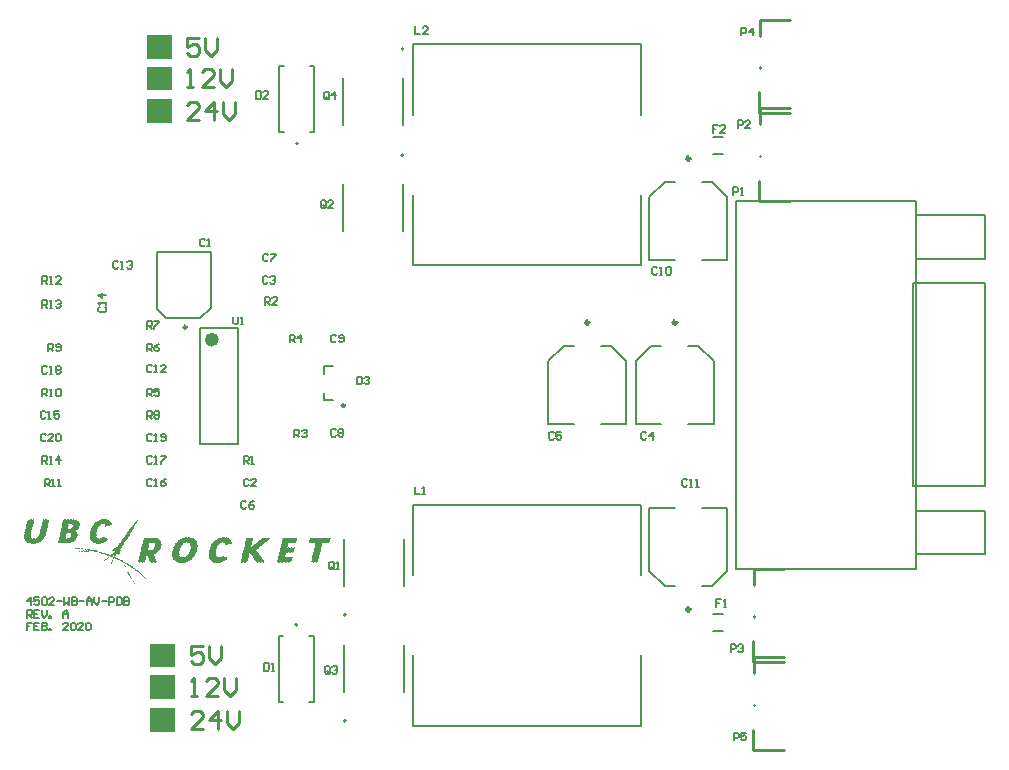
<source format=gto>
G04*
G04 #@! TF.GenerationSoftware,Altium Limited,Altium Designer,20.0.11 (256)*
G04*
G04 Layer_Color=65535*
%FSLAX25Y25*%
%MOIN*%
G70*
G01*
G75*
%ADD10C,0.00787*%
%ADD11C,0.01181*%
%ADD12C,0.02362*%
%ADD13C,0.00984*%
%ADD14C,0.01000*%
%ADD15C,0.00600*%
%ADD16C,0.00500*%
G36*
X36495Y212950D02*
X28161D01*
Y220852D01*
X36495D01*
Y212950D01*
D02*
G37*
G36*
Y202342D02*
X28161D01*
Y210244D01*
X36495D01*
Y202342D01*
D02*
G37*
G36*
Y191543D02*
X28161D01*
Y199445D01*
X36495D01*
Y191543D01*
D02*
G37*
G36*
X-9793Y60199D02*
X-9694D01*
Y60100D01*
X-9793D01*
Y60001D01*
X-9893D01*
Y60100D01*
X-9992D01*
Y60199D01*
X-9893D01*
Y60299D01*
X-9793D01*
Y60199D01*
D02*
G37*
G36*
X14468Y59496D02*
X14568D01*
Y59396D01*
X14667D01*
Y59496D01*
X14766D01*
Y59396D01*
X14865D01*
Y59297D01*
X14965D01*
Y59396D01*
X15064D01*
Y59297D01*
X15164D01*
Y59198D01*
X15461D01*
Y59098D01*
X15561D01*
Y58999D01*
X15660D01*
Y58900D01*
X15759D01*
Y58800D01*
X16057D01*
Y58701D01*
X15958D01*
Y58602D01*
X16057D01*
Y58502D01*
X16157D01*
Y58403D01*
X16256D01*
Y58304D01*
X16355D01*
Y58204D01*
Y58105D01*
Y58006D01*
X16455D01*
Y57906D01*
Y57807D01*
Y57708D01*
X16554D01*
Y57608D01*
Y57509D01*
Y57410D01*
X16455D01*
Y57509D01*
X16355D01*
Y57410D01*
X16256D01*
Y57310D01*
X16157D01*
Y57410D01*
X16057D01*
Y57310D01*
X15759D01*
Y57211D01*
X15660D01*
Y57310D01*
X15561D01*
Y57211D01*
X15461D01*
Y57112D01*
X14965D01*
Y57012D01*
X14667D01*
Y56913D01*
X14369D01*
Y57012D01*
Y57112D01*
Y57211D01*
X14269D01*
Y57310D01*
X14170D01*
Y57410D01*
X14269D01*
Y57509D01*
X13972D01*
Y57608D01*
X13872D01*
Y57708D01*
X13773D01*
Y57807D01*
X13674D01*
Y57708D01*
X13574D01*
Y57807D01*
X13475D01*
Y57708D01*
X13375D01*
Y57807D01*
X13276D01*
Y57708D01*
X12978D01*
Y57608D01*
X12879D01*
Y57509D01*
X12581D01*
Y57410D01*
X12680D01*
Y57310D01*
X12382D01*
Y57211D01*
X12482D01*
Y57112D01*
X12283D01*
Y57012D01*
Y56913D01*
X12184D01*
Y56814D01*
X12084D01*
Y56714D01*
X11985D01*
Y56615D01*
Y56516D01*
Y56416D01*
X11886D01*
Y56317D01*
X11786D01*
Y56218D01*
X11886D01*
Y56118D01*
X11786D01*
Y56019D01*
X11687D01*
Y55920D01*
Y55821D01*
Y55721D01*
X11588D01*
Y55622D01*
X11687D01*
Y55523D01*
X11588D01*
Y55423D01*
X11488D01*
Y55324D01*
X11588D01*
Y55225D01*
X11488D01*
Y55125D01*
X11389D01*
Y55026D01*
X11488D01*
Y54927D01*
X11389D01*
Y54827D01*
X11488D01*
Y54728D01*
X11389D01*
Y54628D01*
X11488D01*
Y54529D01*
X11389D01*
Y54430D01*
X11488D01*
Y54330D01*
X11389D01*
Y54231D01*
X11488D01*
Y54132D01*
X11389D01*
Y54032D01*
X11488D01*
Y53933D01*
X11389D01*
Y53834D01*
X11488D01*
Y53735D01*
X11389D01*
Y53635D01*
X11488D01*
Y53536D01*
X11389D01*
Y53437D01*
X11488D01*
Y53337D01*
X11588D01*
Y53238D01*
X11687D01*
Y53139D01*
X11786D01*
Y53039D01*
X12084D01*
Y52940D01*
X12184D01*
Y52841D01*
X12283D01*
Y52940D01*
X12184D01*
Y53039D01*
X12283D01*
Y52940D01*
X12382D01*
Y52841D01*
X12482D01*
Y52940D01*
X12581D01*
Y53039D01*
X12879D01*
Y53139D01*
X12978D01*
Y53039D01*
X13078D01*
Y53139D01*
X12978D01*
Y53238D01*
X13276D01*
Y53337D01*
X13177D01*
Y53437D01*
X13475D01*
Y53536D01*
X13375D01*
Y53635D01*
X13475D01*
Y53536D01*
X13574D01*
Y53437D01*
X13674D01*
Y53536D01*
X13574D01*
Y53635D01*
X13674D01*
Y53536D01*
X13773D01*
Y53437D01*
X13872D01*
Y53337D01*
X13972D01*
Y53238D01*
X14071D01*
Y53337D01*
X13972D01*
Y53437D01*
X14071D01*
Y53337D01*
X14170D01*
Y53238D01*
X14269D01*
Y53139D01*
X14369D01*
Y53238D01*
X14468D01*
Y53139D01*
X14568D01*
Y53039D01*
X14865D01*
Y52940D01*
X14965D01*
Y52841D01*
X15064D01*
Y52940D01*
X15164D01*
Y52841D01*
X15263D01*
Y52741D01*
X15164D01*
Y52642D01*
X15064D01*
Y52543D01*
X14965D01*
Y52443D01*
X14865D01*
Y52344D01*
X14766D01*
Y52245D01*
X14667D01*
Y52145D01*
X14369D01*
Y52046D01*
X14468D01*
Y51947D01*
X14170D01*
Y51847D01*
X14071D01*
Y51748D01*
X13972D01*
Y51649D01*
X13872D01*
Y51748D01*
X13773D01*
Y51649D01*
X13872D01*
Y51549D01*
X13773D01*
Y51649D01*
X13674D01*
Y51549D01*
X13375D01*
Y51450D01*
X13475D01*
Y51351D01*
X13375D01*
Y51450D01*
X13276D01*
Y51351D01*
X12779D01*
Y51251D01*
X12879D01*
Y51152D01*
X12779D01*
Y51251D01*
X12482D01*
Y51152D01*
X12382D01*
Y51251D01*
X12283D01*
Y51152D01*
X11985D01*
Y51251D01*
X11886D01*
Y51152D01*
X11588D01*
Y51251D01*
X11488D01*
Y51152D01*
X11389D01*
Y51251D01*
X11290D01*
Y51152D01*
X11190D01*
Y51251D01*
X11091D01*
Y51351D01*
X10594D01*
Y51450D01*
X10495D01*
Y51549D01*
X10197D01*
Y51649D01*
X10098D01*
Y51748D01*
X9998D01*
Y51847D01*
X9899D01*
Y51947D01*
X9800D01*
Y52046D01*
X9700D01*
Y52145D01*
X9601D01*
Y52245D01*
Y52344D01*
Y52443D01*
X9502D01*
Y52543D01*
X9402D01*
Y52642D01*
Y52741D01*
Y52841D01*
X9303D01*
Y52940D01*
Y53039D01*
Y53139D01*
X9204D01*
Y53238D01*
X9303D01*
Y53337D01*
X9204D01*
Y53437D01*
Y53536D01*
Y53635D01*
Y53735D01*
Y53834D01*
Y53933D01*
Y54032D01*
Y54132D01*
Y54231D01*
Y54330D01*
Y54430D01*
X9303D01*
Y54529D01*
X9204D01*
Y54628D01*
X9303D01*
Y54728D01*
X9204D01*
Y54827D01*
X9303D01*
Y54927D01*
X9204D01*
Y55026D01*
X9303D01*
Y55125D01*
X9204D01*
Y55225D01*
X9402D01*
Y55324D01*
Y55423D01*
X9502D01*
Y55523D01*
X9402D01*
Y55622D01*
X9502D01*
Y55721D01*
X9402D01*
Y55821D01*
X9502D01*
Y55920D01*
X9601D01*
Y56019D01*
X9700D01*
Y56118D01*
X9601D01*
Y56218D01*
X9700D01*
Y56317D01*
X9601D01*
Y56416D01*
X9700D01*
Y56516D01*
X9800D01*
Y56615D01*
X9899D01*
Y56714D01*
X9800D01*
Y56814D01*
X9899D01*
Y56913D01*
X9998D01*
Y57012D01*
X10098D01*
Y57112D01*
X9998D01*
Y57211D01*
X10098D01*
Y57310D01*
X10197D01*
Y57410D01*
X10296D01*
Y57509D01*
Y57608D01*
X10495D01*
Y57708D01*
X10396D01*
Y57807D01*
X10495D01*
Y57906D01*
X10594D01*
Y58006D01*
X10694D01*
Y58105D01*
X10793D01*
Y58204D01*
X10892D01*
Y58304D01*
X10992D01*
Y58403D01*
X11091D01*
Y58502D01*
X11190D01*
Y58403D01*
X11290D01*
Y58502D01*
X11190D01*
Y58602D01*
X11290D01*
Y58701D01*
X11389D01*
Y58602D01*
X11488D01*
Y58701D01*
X11389D01*
Y58800D01*
X11687D01*
Y58900D01*
X11786D01*
Y58999D01*
X12084D01*
Y59098D01*
X12184D01*
Y59198D01*
X12482D01*
Y59297D01*
X12581D01*
Y59198D01*
X12680D01*
Y59297D01*
X12581D01*
Y59396D01*
X12680D01*
Y59297D01*
X12779D01*
Y59396D01*
X13078D01*
Y59496D01*
X13177D01*
Y59396D01*
X13276D01*
Y59496D01*
X13375D01*
Y59396D01*
X13475D01*
Y59496D01*
X13574D01*
Y59595D01*
X13674D01*
Y59496D01*
X13773D01*
Y59396D01*
X13872D01*
Y59496D01*
X13773D01*
Y59595D01*
X13872D01*
Y59496D01*
X13972D01*
Y59595D01*
X14071D01*
Y59496D01*
X14170D01*
Y59396D01*
X14269D01*
Y59496D01*
X14170D01*
Y59595D01*
X14269D01*
Y59496D01*
X14369D01*
Y59396D01*
X14468D01*
Y59496D01*
X14369D01*
Y59595D01*
X14468D01*
Y59496D01*
D02*
G37*
G36*
X-4404Y59297D02*
X-4305D01*
Y59198D01*
X-4206D01*
Y59098D01*
X-4305D01*
Y58999D01*
X-4404D01*
Y58900D01*
Y58800D01*
Y58701D01*
X-4504D01*
Y58602D01*
X-4404D01*
Y58502D01*
X-4504D01*
Y58403D01*
X-4404D01*
Y58304D01*
X-4504D01*
Y58204D01*
X-4603D01*
Y58105D01*
X-4702D01*
Y58006D01*
X-4603D01*
Y57906D01*
X-4702D01*
Y57807D01*
X-4603D01*
Y57708D01*
X-4702D01*
Y57608D01*
X-4603D01*
Y57509D01*
X-4702D01*
Y57410D01*
X-4802D01*
Y57310D01*
X-4702D01*
Y57211D01*
X-4802D01*
Y57112D01*
X-4901D01*
Y57012D01*
X-4802D01*
Y56913D01*
X-4901D01*
Y56814D01*
X-4802D01*
Y56714D01*
X-4901D01*
Y56615D01*
X-5000D01*
Y56516D01*
X-4901D01*
Y56416D01*
X-5000D01*
Y56516D01*
X-5100D01*
Y56416D01*
X-5000D01*
Y56317D01*
X-5100D01*
Y56218D01*
X-5000D01*
Y56118D01*
X-5100D01*
Y56019D01*
X-5000D01*
Y55920D01*
X-5100D01*
Y55821D01*
Y55721D01*
Y55622D01*
X-5199D01*
Y55523D01*
X-5298D01*
Y55423D01*
X-5199D01*
Y55324D01*
X-5298D01*
Y55225D01*
X-5199D01*
Y55125D01*
X-5298D01*
Y55026D01*
X-5398D01*
Y54927D01*
Y54827D01*
Y54728D01*
Y54628D01*
Y54529D01*
X-5497D01*
Y54430D01*
Y54330D01*
Y54231D01*
X-5596D01*
Y54132D01*
X-5696D01*
Y54032D01*
X-5596D01*
Y53933D01*
X-5696D01*
Y53834D01*
X-5795D01*
Y53735D01*
X-5894D01*
Y53635D01*
X-5795D01*
Y53536D01*
X-5894D01*
Y53437D01*
X-5994D01*
Y53337D01*
X-6093D01*
Y53238D01*
X-5994D01*
Y53139D01*
X-6192D01*
Y53039D01*
Y52940D01*
X-6292D01*
Y52841D01*
X-6391D01*
Y52741D01*
X-6490D01*
Y52642D01*
X-6590D01*
Y52543D01*
X-6689D01*
Y52443D01*
X-6788D01*
Y52344D01*
X-6888D01*
Y52245D01*
X-6987D01*
Y52145D01*
X-7086D01*
Y52046D01*
X-7186D01*
Y51947D01*
X-7484D01*
Y51847D01*
X-7583D01*
Y51748D01*
X-7682D01*
Y51649D01*
X-7782D01*
Y51748D01*
X-7881D01*
Y51649D01*
X-7782D01*
Y51549D01*
X-7881D01*
Y51649D01*
X-7980D01*
Y51549D01*
X-8079D01*
Y51450D01*
X-8179D01*
Y51549D01*
X-8278D01*
Y51450D01*
X-8377D01*
Y51351D01*
X-8477D01*
Y51450D01*
X-8576D01*
Y51351D01*
X-8874D01*
Y51251D01*
X-8974D01*
Y51351D01*
X-9073D01*
Y51251D01*
X-8974D01*
Y51152D01*
X-9073D01*
Y51251D01*
X-9172D01*
Y51152D01*
X-9272D01*
Y51251D01*
X-9371D01*
Y51152D01*
X-9470D01*
Y51251D01*
X-9569D01*
Y51152D01*
X-9867D01*
Y51251D01*
X-9967D01*
Y51152D01*
X-10265D01*
Y51251D01*
X-10364D01*
Y51152D01*
X-10463D01*
Y51251D01*
X-10563D01*
Y51351D01*
X-10662D01*
Y51251D01*
X-10563D01*
Y51152D01*
X-10662D01*
Y51251D01*
X-10761D01*
Y51351D01*
X-11258D01*
Y51450D01*
X-11357D01*
Y51549D01*
X-11655D01*
Y51649D01*
X-11755D01*
Y51748D01*
X-11854D01*
Y51847D01*
X-11953D01*
Y51947D01*
X-12053D01*
Y52046D01*
X-12152D01*
Y52145D01*
X-12251D01*
Y52245D01*
X-12351D01*
Y52344D01*
X-12450D01*
Y52443D01*
X-12351D01*
Y52543D01*
X-12450D01*
Y52642D01*
X-12549D01*
Y52741D01*
X-12649D01*
Y52841D01*
X-12549D01*
Y52940D01*
X-12649D01*
Y53039D01*
X-12549D01*
Y53139D01*
X-12649D01*
Y53238D01*
X-12549D01*
Y53337D01*
X-12649D01*
Y53437D01*
X-12748D01*
Y53536D01*
X-12649D01*
Y53635D01*
X-12748D01*
Y53735D01*
X-12649D01*
Y53834D01*
X-12748D01*
Y53933D01*
X-12649D01*
Y54032D01*
X-12748D01*
Y54132D01*
X-12649D01*
Y54231D01*
X-12748D01*
Y54330D01*
X-12649D01*
Y54430D01*
X-12549D01*
Y54529D01*
X-12649D01*
Y54628D01*
X-12549D01*
Y54728D01*
X-12649D01*
Y54827D01*
X-12549D01*
Y54927D01*
X-12649D01*
Y55026D01*
X-12549D01*
Y55125D01*
X-12649D01*
Y55225D01*
X-12549D01*
Y55324D01*
X-12450D01*
Y55423D01*
X-12351D01*
Y55523D01*
X-12450D01*
Y55622D01*
X-12351D01*
Y55721D01*
X-12450D01*
Y55821D01*
X-12351D01*
Y55920D01*
Y56019D01*
Y56118D01*
X-12251D01*
Y56019D01*
X-12152D01*
Y56118D01*
X-12251D01*
Y56218D01*
Y56317D01*
Y56416D01*
X-12152D01*
Y56516D01*
X-12251D01*
Y56615D01*
X-12152D01*
Y56714D01*
X-12251D01*
Y56814D01*
X-12152D01*
Y56913D01*
X-12053D01*
Y57012D01*
Y57112D01*
Y57211D01*
X-11953D01*
Y57310D01*
X-12053D01*
Y57410D01*
X-11953D01*
Y57509D01*
Y57608D01*
Y57708D01*
X-11854D01*
Y57807D01*
Y57906D01*
Y58006D01*
X-11755D01*
Y58105D01*
X-11854D01*
Y58204D01*
X-11755D01*
Y58304D01*
Y58403D01*
Y58502D01*
X-11655D01*
Y58602D01*
Y58701D01*
Y58800D01*
X-11556D01*
Y58900D01*
X-11655D01*
Y58999D01*
X-11556D01*
Y59098D01*
Y59198D01*
Y59297D01*
X-11457D01*
Y59198D01*
X-11357D01*
Y59297D01*
X-11457D01*
Y59396D01*
X-11357D01*
Y59297D01*
X-11258D01*
Y59198D01*
X-11159D01*
Y59297D01*
X-11258D01*
Y59396D01*
X-11159D01*
Y59297D01*
X-11059D01*
Y59198D01*
X-10960D01*
Y59297D01*
X-11059D01*
Y59396D01*
X-10960D01*
Y59297D01*
X-10861D01*
Y59396D01*
X-10761D01*
Y59297D01*
X-10662D01*
Y59198D01*
X-10563D01*
Y59297D01*
X-10662D01*
Y59396D01*
X-10563D01*
Y59297D01*
X-10463D01*
Y59198D01*
X-10364D01*
Y59297D01*
X-10463D01*
Y59396D01*
X-10364D01*
Y59297D01*
X-10265D01*
Y59198D01*
X-10165D01*
Y59297D01*
X-10265D01*
Y59396D01*
X-10165D01*
Y59297D01*
X-10066D01*
Y59396D01*
X-9967D01*
Y59297D01*
X-9867D01*
Y59198D01*
X-9768D01*
Y59297D01*
X-9867D01*
Y59396D01*
X-9768D01*
Y59297D01*
X-9669D01*
Y59198D01*
X-9569D01*
Y59297D01*
X-9669D01*
Y59396D01*
X-9569D01*
Y59297D01*
X-9470D01*
Y59198D01*
X-9371D01*
Y59098D01*
X-9470D01*
Y58999D01*
X-9371D01*
Y58900D01*
X-9470D01*
Y58800D01*
X-9371D01*
Y58701D01*
X-9470D01*
Y58602D01*
X-9569D01*
Y58502D01*
X-9470D01*
Y58403D01*
X-9569D01*
Y58304D01*
X-9669D01*
Y58204D01*
X-9569D01*
Y58105D01*
X-9669D01*
Y58006D01*
X-9569D01*
Y57906D01*
X-9669D01*
Y57807D01*
X-9768D01*
Y57708D01*
X-9867D01*
Y57608D01*
X-9768D01*
Y57509D01*
X-9867D01*
Y57410D01*
X-9768D01*
Y57310D01*
X-9867D01*
Y57211D01*
X-9768D01*
Y57112D01*
X-9867D01*
Y57012D01*
Y56913D01*
Y56814D01*
X-9967D01*
Y56714D01*
X-10066D01*
Y56615D01*
X-9967D01*
Y56516D01*
X-10066D01*
Y56416D01*
X-9967D01*
Y56317D01*
X-10066D01*
Y56218D01*
X-10165D01*
Y56118D01*
Y56019D01*
Y55920D01*
Y55821D01*
Y55721D01*
X-10265D01*
Y55622D01*
X-10165D01*
Y55523D01*
X-10265D01*
Y55423D01*
Y55324D01*
Y55225D01*
X-10364D01*
Y55125D01*
X-10463D01*
Y55026D01*
X-10364D01*
Y54927D01*
X-10463D01*
Y54827D01*
X-10364D01*
Y54728D01*
X-10463D01*
Y54628D01*
Y54529D01*
Y54430D01*
Y54330D01*
Y54231D01*
X-10563D01*
Y54132D01*
Y54032D01*
Y53933D01*
X-10463D01*
Y53834D01*
X-10563D01*
Y53735D01*
X-10463D01*
Y53635D01*
Y53536D01*
Y53437D01*
X-10364D01*
Y53337D01*
X-10463D01*
Y53238D01*
X-10364D01*
Y53139D01*
X-10265D01*
Y53039D01*
X-10165D01*
Y53139D01*
X-10265D01*
Y53238D01*
X-10165D01*
Y53139D01*
X-10066D01*
Y53039D01*
X-9967D01*
Y52940D01*
X-9867D01*
Y52841D01*
X-9768D01*
Y52940D01*
X-9867D01*
Y53039D01*
X-9768D01*
Y52940D01*
X-9669D01*
Y52841D01*
X-9569D01*
Y52940D01*
X-9669D01*
Y53039D01*
X-9569D01*
Y52940D01*
X-9470D01*
Y52841D01*
X-9371D01*
Y52940D01*
X-9272D01*
Y53039D01*
X-9172D01*
Y52940D01*
X-9073D01*
Y52841D01*
X-8974D01*
Y52940D01*
X-9073D01*
Y53039D01*
X-8974D01*
Y52940D01*
X-8874D01*
Y53039D01*
X-8576D01*
Y53139D01*
X-8676D01*
Y53238D01*
X-8576D01*
Y53139D01*
X-8477D01*
Y53238D01*
X-8377D01*
Y53337D01*
X-8278D01*
Y53437D01*
X-8179D01*
Y53536D01*
X-8278D01*
Y53635D01*
X-8179D01*
Y53536D01*
X-8079D01*
Y53635D01*
X-7980D01*
Y53735D01*
X-8079D01*
Y53834D01*
X-7980D01*
Y53933D01*
X-7881D01*
Y54032D01*
X-7782D01*
Y54132D01*
X-7881D01*
Y54231D01*
X-7782D01*
Y54330D01*
X-7682D01*
Y54430D01*
X-7583D01*
Y54529D01*
X-7682D01*
Y54628D01*
X-7583D01*
Y54728D01*
Y54827D01*
Y54927D01*
X-7484D01*
Y54827D01*
X-7384D01*
Y54927D01*
X-7484D01*
Y55026D01*
Y55125D01*
Y55225D01*
X-7384D01*
Y55324D01*
X-7484D01*
Y55423D01*
X-7384D01*
Y55523D01*
X-7484D01*
Y55622D01*
X-7384D01*
Y55721D01*
X-7285D01*
Y55821D01*
Y55920D01*
Y56019D01*
X-7186D01*
Y56118D01*
X-7285D01*
Y56218D01*
X-7186D01*
Y56317D01*
Y56416D01*
Y56516D01*
X-7086D01*
Y56615D01*
Y56714D01*
Y56814D01*
X-6987D01*
Y56913D01*
X-7086D01*
Y57012D01*
X-6987D01*
Y57112D01*
X-7086D01*
Y57211D01*
X-6987D01*
Y57310D01*
X-6888D01*
Y57410D01*
Y57509D01*
Y57608D01*
X-6788D01*
Y57708D01*
X-6888D01*
Y57807D01*
X-6788D01*
Y57906D01*
Y58006D01*
Y58105D01*
X-6689D01*
Y58204D01*
Y58304D01*
Y58403D01*
X-6590D01*
Y58502D01*
X-6689D01*
Y58602D01*
X-6590D01*
Y58701D01*
X-6689D01*
Y58800D01*
X-6590D01*
Y58900D01*
X-6490D01*
Y58999D01*
X-6590D01*
Y59098D01*
X-6490D01*
Y59198D01*
X-6391D01*
Y59297D01*
X-6490D01*
Y59396D01*
X-6391D01*
Y59297D01*
X-6292D01*
Y59198D01*
X-6192D01*
Y59297D01*
X-6292D01*
Y59396D01*
X-6192D01*
Y59297D01*
X-6093D01*
Y59396D01*
X-5994D01*
Y59297D01*
X-5894D01*
Y59198D01*
X-5795D01*
Y59297D01*
X-5894D01*
Y59396D01*
X-5795D01*
Y59297D01*
X-5696D01*
Y59198D01*
X-5596D01*
Y59297D01*
X-5696D01*
Y59396D01*
X-5596D01*
Y59297D01*
X-5497D01*
Y59198D01*
X-5398D01*
Y59297D01*
X-5497D01*
Y59396D01*
X-5398D01*
Y59297D01*
X-5298D01*
Y59396D01*
X-5199D01*
Y59297D01*
X-5100D01*
Y59198D01*
X-5000D01*
Y59297D01*
X-5100D01*
Y59396D01*
X-5000D01*
Y59297D01*
X-4901D01*
Y59198D01*
X-4802D01*
Y59297D01*
X-4901D01*
Y59396D01*
X-4802D01*
Y59297D01*
X-4702D01*
Y59198D01*
X-4603D01*
Y59297D01*
X-4702D01*
Y59396D01*
X-4603D01*
Y59297D01*
X-4504D01*
Y59396D01*
X-4404D01*
Y59297D01*
D02*
G37*
G36*
X3939D02*
X4039D01*
Y59198D01*
X4138D01*
Y59297D01*
X4237D01*
Y59198D01*
X4734D01*
Y59098D01*
X4833D01*
Y58999D01*
X5131D01*
Y58900D01*
X5231D01*
Y58800D01*
X5330D01*
Y58701D01*
X5429D01*
Y58602D01*
X5528D01*
Y58502D01*
Y58403D01*
X5727D01*
Y58304D01*
X5628D01*
Y58204D01*
X5727D01*
Y58105D01*
X5628D01*
Y58006D01*
X5827D01*
Y57906D01*
Y57807D01*
Y57708D01*
Y57608D01*
Y57509D01*
Y57410D01*
Y57310D01*
Y57211D01*
Y57112D01*
Y57012D01*
X5727D01*
Y56913D01*
X5628D01*
Y56814D01*
X5727D01*
Y56714D01*
X5628D01*
Y56615D01*
X5528D01*
Y56516D01*
X5429D01*
Y56416D01*
X5528D01*
Y56317D01*
X5429D01*
Y56218D01*
X5330D01*
Y56118D01*
X5231D01*
Y56019D01*
X5131D01*
Y55920D01*
X4833D01*
Y55821D01*
X4734D01*
Y55721D01*
X4436D01*
Y55622D01*
X4337D01*
Y55523D01*
X4237D01*
Y55423D01*
X4535D01*
Y55324D01*
X4635D01*
Y55225D01*
X4734D01*
Y55125D01*
X4833D01*
Y55026D01*
X4933D01*
Y54927D01*
X5032D01*
Y54827D01*
X5131D01*
Y54728D01*
X5032D01*
Y54628D01*
X5131D01*
Y54529D01*
X5231D01*
Y54430D01*
X5330D01*
Y54330D01*
X5231D01*
Y54430D01*
X5131D01*
Y54330D01*
X5231D01*
Y54231D01*
X5131D01*
Y54132D01*
X5231D01*
Y54032D01*
X5131D01*
Y53933D01*
X5032D01*
Y53834D01*
X5131D01*
Y53735D01*
X5032D01*
Y53635D01*
X5131D01*
Y53536D01*
X5032D01*
Y53437D01*
X4933D01*
Y53337D01*
X4833D01*
Y53238D01*
X4933D01*
Y53139D01*
X4833D01*
Y53039D01*
X4734D01*
Y52940D01*
X4635D01*
Y52841D01*
X4734D01*
Y52741D01*
X4635D01*
Y52642D01*
X4535D01*
Y52543D01*
X4436D01*
Y52443D01*
X4337D01*
Y52344D01*
X4237D01*
Y52245D01*
X4138D01*
Y52145D01*
X3840D01*
Y52046D01*
X3741D01*
Y51947D01*
X3641D01*
Y51847D01*
X3542D01*
Y51947D01*
X3443D01*
Y51847D01*
X3542D01*
Y51748D01*
X3443D01*
Y51847D01*
X3343D01*
Y51748D01*
X3244D01*
Y51649D01*
X3145D01*
Y51748D01*
X3045D01*
Y51649D01*
X3145D01*
Y51549D01*
X3045D01*
Y51649D01*
X2946D01*
Y51549D01*
X2648D01*
Y51450D01*
X2549D01*
Y51549D01*
X2449D01*
Y51450D01*
X2350D01*
Y51549D01*
X2251D01*
Y51450D01*
X2350D01*
Y51351D01*
X2251D01*
Y51450D01*
X2151D01*
Y51351D01*
X2052D01*
Y51450D01*
X1953D01*
Y51351D01*
X1853D01*
Y51450D01*
X1754D01*
Y51351D01*
X1655D01*
Y51450D01*
X1555D01*
Y51351D01*
X1456D01*
Y51450D01*
X1357D01*
Y51351D01*
X1059D01*
Y51450D01*
X959D01*
Y51351D01*
X661D01*
Y51450D01*
X562D01*
Y51351D01*
X264D01*
Y51450D01*
X165D01*
Y51351D01*
X65D01*
Y51450D01*
X-34D01*
Y51351D01*
X-133D01*
Y51450D01*
X-233D01*
Y51351D01*
X-531D01*
Y51450D01*
X-630D01*
Y51351D01*
X-928D01*
Y51450D01*
X-1027D01*
Y51351D01*
X-1325D01*
Y51450D01*
X-1424D01*
Y51549D01*
X-1524D01*
Y51649D01*
X-1424D01*
Y51748D01*
X-1325D01*
Y51847D01*
X-1424D01*
Y51947D01*
X-1325D01*
Y52046D01*
X-1226D01*
Y52145D01*
X-1325D01*
Y52245D01*
X-1226D01*
Y52344D01*
X-1325D01*
Y52443D01*
X-1226D01*
Y52543D01*
Y52642D01*
Y52741D01*
X-1127D01*
Y52841D01*
X-1027D01*
Y52940D01*
X-1127D01*
Y53039D01*
X-1027D01*
Y53139D01*
X-1127D01*
Y53238D01*
X-1027D01*
Y53337D01*
Y53437D01*
Y53536D01*
X-928D01*
Y53635D01*
Y53735D01*
Y53834D01*
X-828D01*
Y53933D01*
X-928D01*
Y54032D01*
X-828D01*
Y54132D01*
Y54231D01*
Y54330D01*
X-729D01*
Y54430D01*
Y54529D01*
Y54628D01*
X-630D01*
Y54728D01*
X-729D01*
Y54827D01*
X-630D01*
Y54927D01*
Y55026D01*
Y55125D01*
X-531D01*
Y55225D01*
Y55324D01*
Y55423D01*
X-431D01*
Y55523D01*
X-531D01*
Y55622D01*
X-431D01*
Y55721D01*
Y55821D01*
Y55920D01*
X-332D01*
Y56019D01*
X-233D01*
Y56118D01*
X-332D01*
Y56218D01*
X-233D01*
Y56317D01*
X-332D01*
Y56416D01*
X-233D01*
Y56516D01*
Y56615D01*
Y56714D01*
X-332D01*
Y56814D01*
X-233D01*
Y56714D01*
X-133D01*
Y56814D01*
Y56913D01*
Y57012D01*
X-34D01*
Y57112D01*
X-133D01*
Y57211D01*
X-34D01*
Y57310D01*
X-133D01*
Y57410D01*
X-34D01*
Y57509D01*
X65D01*
Y57608D01*
X-34D01*
Y57708D01*
X65D01*
Y57807D01*
X165D01*
Y57906D01*
X65D01*
Y58006D01*
X165D01*
Y58105D01*
X65D01*
Y58204D01*
X165D01*
Y58304D01*
X65D01*
Y58403D01*
X165D01*
Y58502D01*
X264D01*
Y58602D01*
X363D01*
Y58701D01*
X264D01*
Y58800D01*
X363D01*
Y58900D01*
X264D01*
Y58999D01*
X363D01*
Y59098D01*
Y59198D01*
Y59297D01*
X463D01*
Y59198D01*
X562D01*
Y59297D01*
X463D01*
Y59396D01*
X562D01*
Y59297D01*
X661D01*
Y59198D01*
X761D01*
Y59297D01*
X661D01*
Y59396D01*
X761D01*
Y59297D01*
X860D01*
Y59198D01*
X959D01*
Y59297D01*
X860D01*
Y59396D01*
X959D01*
Y59297D01*
X1059D01*
Y59396D01*
X1158D01*
Y59297D01*
X1257D01*
Y59198D01*
X1357D01*
Y59297D01*
X1257D01*
Y59396D01*
X1357D01*
Y59297D01*
X1456D01*
Y59198D01*
X1555D01*
Y59297D01*
X1456D01*
Y59396D01*
X1555D01*
Y59297D01*
X1655D01*
Y59198D01*
X1754D01*
Y59297D01*
X1655D01*
Y59396D01*
X1754D01*
Y59297D01*
X1853D01*
Y59396D01*
X1953D01*
Y59297D01*
X2052D01*
Y59198D01*
X2151D01*
Y59297D01*
X2052D01*
Y59396D01*
X2151D01*
Y59297D01*
X2251D01*
Y59198D01*
X2350D01*
Y59297D01*
X2251D01*
Y59396D01*
X2350D01*
Y59297D01*
X2449D01*
Y59198D01*
X2549D01*
Y59297D01*
X2449D01*
Y59396D01*
X2549D01*
Y59297D01*
X2648D01*
Y59396D01*
X2747D01*
Y59297D01*
X2847D01*
Y59198D01*
X2946D01*
Y59297D01*
X2847D01*
Y59396D01*
X2946D01*
Y59297D01*
X3045D01*
Y59198D01*
X3145D01*
Y59297D01*
X3045D01*
Y59396D01*
X3145D01*
Y59297D01*
X3244D01*
Y59198D01*
X3343D01*
Y59297D01*
X3244D01*
Y59396D01*
X3343D01*
Y59297D01*
X3443D01*
Y59396D01*
X3542D01*
Y59297D01*
X3641D01*
Y59198D01*
X3741D01*
Y59297D01*
X3641D01*
Y59396D01*
X3741D01*
Y59297D01*
X3840D01*
Y59198D01*
X3939D01*
Y59297D01*
X3840D01*
Y59396D01*
X3939D01*
Y59297D01*
D02*
G37*
G36*
X25096Y59198D02*
X25196D01*
Y59098D01*
X25096D01*
Y58999D01*
X25196D01*
Y58900D01*
X25096D01*
Y58800D01*
X24997D01*
Y58701D01*
X24898D01*
Y58602D01*
X24997D01*
Y58502D01*
X24898D01*
Y58403D01*
X24798D01*
Y58304D01*
X24699D01*
Y58204D01*
Y58105D01*
Y58006D01*
X24600D01*
Y57906D01*
X24500D01*
Y57807D01*
X24600D01*
Y57708D01*
X24302D01*
Y57608D01*
X24401D01*
Y57509D01*
X24302D01*
Y57410D01*
X24202D01*
Y57310D01*
Y57211D01*
Y57112D01*
X24103D01*
Y57012D01*
X24004D01*
Y56913D01*
X23904D01*
Y56814D01*
X24004D01*
Y56714D01*
X23904D01*
Y56615D01*
X23805D01*
Y56516D01*
X23706D01*
Y56416D01*
X23805D01*
Y56317D01*
X23706D01*
Y56218D01*
X23606D01*
Y56118D01*
X23507D01*
Y56019D01*
X23606D01*
Y55920D01*
X23408D01*
Y55821D01*
Y55721D01*
X23308D01*
Y55622D01*
Y55523D01*
X23209D01*
Y55423D01*
Y55324D01*
X23110D01*
Y55225D01*
X23010D01*
Y55125D01*
X22911D01*
Y55026D01*
X23010D01*
Y54927D01*
X22911D01*
Y54827D01*
X22812D01*
Y54728D01*
X22712D01*
Y54628D01*
Y54529D01*
X22613D01*
Y54430D01*
Y54330D01*
X22514D01*
Y54231D01*
X22414D01*
Y54132D01*
X22315D01*
Y54032D01*
X22414D01*
Y53933D01*
X22315D01*
Y53834D01*
X22216D01*
Y53735D01*
X22117D01*
Y53635D01*
Y53536D01*
X22017D01*
Y53437D01*
Y53337D01*
X21918D01*
Y53238D01*
X21818D01*
Y53139D01*
X21719D01*
Y53039D01*
X21818D01*
Y52940D01*
X21620D01*
Y52841D01*
Y52741D01*
X21520D01*
Y52642D01*
X21421D01*
Y52543D01*
X21322D01*
Y52443D01*
X21421D01*
Y52344D01*
X21322D01*
Y52245D01*
X21223D01*
Y52145D01*
X21123D01*
Y52046D01*
X21223D01*
Y51947D01*
X21123D01*
Y52046D01*
X21024D01*
Y51947D01*
X20924D01*
Y51847D01*
X21024D01*
Y51748D01*
X20924D01*
Y51649D01*
X20825D01*
Y51748D01*
X20726D01*
Y51649D01*
X20825D01*
Y51549D01*
X20726D01*
Y51450D01*
X20627D01*
Y51351D01*
X20527D01*
Y51251D01*
X20627D01*
Y51152D01*
X20527D01*
Y51053D01*
X20428D01*
Y50953D01*
X20329D01*
Y50854D01*
Y50755D01*
X20130D01*
Y50655D01*
X20229D01*
Y50556D01*
X20130D01*
Y50457D01*
X20031D01*
Y50357D01*
X19931D01*
Y50258D01*
X19832D01*
Y50159D01*
X19733D01*
Y50059D01*
X19832D01*
Y49960D01*
X19733D01*
Y49861D01*
X19633D01*
Y49761D01*
X19534D01*
Y49662D01*
X19633D01*
Y49563D01*
X19534D01*
Y49662D01*
X19435D01*
Y49563D01*
X19335D01*
Y49463D01*
X19435D01*
Y49364D01*
X19335D01*
Y49265D01*
X19435D01*
Y49165D01*
X19335D01*
Y49066D01*
X19435D01*
Y48967D01*
X19335D01*
Y48867D01*
X19435D01*
Y48768D01*
X19335D01*
Y48669D01*
X19435D01*
Y48570D01*
X19335D01*
Y48470D01*
X19435D01*
Y48371D01*
X19335D01*
Y48272D01*
X19435D01*
Y48172D01*
X19335D01*
Y48272D01*
X19236D01*
Y48172D01*
X19335D01*
Y48073D01*
X19236D01*
Y47973D01*
X19137D01*
Y47874D01*
X19236D01*
Y47775D01*
X19137D01*
Y47675D01*
X19037D01*
Y47576D01*
X18938D01*
Y47477D01*
X19037D01*
Y47377D01*
X18938D01*
Y47278D01*
X18839D01*
Y47377D01*
X18739D01*
Y47477D01*
X18640D01*
Y47576D01*
X18541D01*
Y47675D01*
X18640D01*
Y47775D01*
X18541D01*
Y47874D01*
X18441D01*
Y47973D01*
X18143D01*
Y47874D01*
X18243D01*
Y47775D01*
X17945D01*
Y47675D01*
X17845D01*
Y47576D01*
X17746D01*
Y47477D01*
X17845D01*
Y47377D01*
X17746D01*
Y47278D01*
X17647D01*
Y47179D01*
X17547D01*
Y47080D01*
X17647D01*
Y46980D01*
X17547D01*
Y46881D01*
X17647D01*
Y46782D01*
X17746D01*
Y46682D01*
X18044D01*
Y46583D01*
X18143D01*
Y46483D01*
X18441D01*
Y46384D01*
X18541D01*
Y46285D01*
X18839D01*
Y46186D01*
X18938D01*
Y46086D01*
X19236D01*
Y45987D01*
X19335D01*
Y45888D01*
X19633D01*
Y45788D01*
X19733D01*
Y45689D01*
X20130D01*
Y45590D01*
Y45490D01*
X20428D01*
Y45391D01*
X20527D01*
Y45292D01*
X20627D01*
Y45192D01*
X20726D01*
Y45292D01*
X20825D01*
Y45192D01*
X20924D01*
Y45093D01*
X21024D01*
Y44994D01*
X21123D01*
Y44894D01*
X21421D01*
Y44795D01*
X21520D01*
Y44696D01*
X21818D01*
Y44596D01*
X21918D01*
Y44497D01*
X22017D01*
Y44398D01*
X22117D01*
Y44298D01*
X22414D01*
Y44199D01*
X22514D01*
Y44100D01*
X22613D01*
Y44000D01*
X22712D01*
Y43901D01*
X22812D01*
Y44000D01*
X22712D01*
Y44100D01*
X22812D01*
Y44000D01*
X22911D01*
Y43901D01*
X23010D01*
Y43802D01*
X23110D01*
Y43702D01*
X23408D01*
Y43603D01*
X23507D01*
Y43504D01*
X23606D01*
Y43404D01*
X23706D01*
Y43305D01*
X23805D01*
Y43206D01*
X23904D01*
Y43106D01*
X24202D01*
Y43007D01*
X24302D01*
Y42908D01*
X24401D01*
Y42808D01*
X24500D01*
Y42709D01*
X24600D01*
Y42610D01*
X24699D01*
Y42510D01*
X24997D01*
Y42411D01*
X25096D01*
Y42312D01*
X25196D01*
Y42212D01*
X25295D01*
Y42113D01*
X25394D01*
Y42014D01*
X25494D01*
Y41914D01*
X25593D01*
Y41815D01*
X25692D01*
Y41716D01*
X25990D01*
Y41616D01*
X26090D01*
Y41517D01*
X26189D01*
Y41418D01*
X26288D01*
Y41319D01*
X26388D01*
Y41219D01*
X26487D01*
Y41120D01*
X26586D01*
Y41020D01*
X26686D01*
Y40921D01*
X26785D01*
Y40822D01*
X26884D01*
Y40723D01*
X26984D01*
Y40623D01*
X27083D01*
Y40524D01*
X27182D01*
Y40424D01*
X27282D01*
Y40325D01*
X27381D01*
Y40226D01*
X27480D01*
Y40126D01*
X27580D01*
Y40027D01*
X27679D01*
Y39928D01*
X27778D01*
Y39829D01*
X27878D01*
Y39729D01*
X27977D01*
Y39630D01*
X28076D01*
Y39531D01*
X28176D01*
Y39431D01*
X28275D01*
Y39332D01*
X28374D01*
Y39233D01*
X28473D01*
Y39133D01*
X28573D01*
Y39034D01*
X28672D01*
Y38934D01*
X28771D01*
Y38835D01*
X28871D01*
Y38736D01*
X28970D01*
Y38637D01*
X28871D01*
Y38736D01*
X28771D01*
Y38835D01*
X28672D01*
Y38934D01*
X28573D01*
Y39034D01*
X28473D01*
Y39133D01*
X28374D01*
Y39233D01*
X28076D01*
Y39332D01*
X28176D01*
Y39431D01*
X27878D01*
Y39531D01*
Y39630D01*
X27679D01*
Y39729D01*
Y39829D01*
X27480D01*
Y39928D01*
X27381D01*
Y40027D01*
X27282D01*
Y40126D01*
X27182D01*
Y40226D01*
X27083D01*
Y40325D01*
X26984D01*
Y40424D01*
X26884D01*
Y40524D01*
X26785D01*
Y40623D01*
X26686D01*
Y40723D01*
X26586D01*
Y40822D01*
X26288D01*
Y40921D01*
X26388D01*
Y41020D01*
X26090D01*
Y41120D01*
X25990D01*
Y41219D01*
X25891D01*
Y41319D01*
X25792D01*
Y41418D01*
X25692D01*
Y41517D01*
X25593D01*
Y41616D01*
X25494D01*
Y41716D01*
X25394D01*
Y41815D01*
X25096D01*
Y41914D01*
X24997D01*
Y42014D01*
X24898D01*
Y42113D01*
X24798D01*
Y42212D01*
X24699D01*
Y42312D01*
X24600D01*
Y42411D01*
X24500D01*
Y42312D01*
X24600D01*
Y42212D01*
X24500D01*
Y42312D01*
X24401D01*
Y42411D01*
X24302D01*
Y42510D01*
X24202D01*
Y42610D01*
X24103D01*
Y42709D01*
X24004D01*
Y42808D01*
X23706D01*
Y42908D01*
X23606D01*
Y43007D01*
X23507D01*
Y43106D01*
X23408D01*
Y43206D01*
X23110D01*
Y43305D01*
X23010D01*
Y43404D01*
X22911D01*
Y43504D01*
X22812D01*
Y43603D01*
X22514D01*
Y43702D01*
X22414D01*
Y43802D01*
X22315D01*
Y43901D01*
X22216D01*
Y44000D01*
X22117D01*
Y43901D01*
X22216D01*
Y43802D01*
X22117D01*
Y43901D01*
X22017D01*
Y44000D01*
X21918D01*
Y44100D01*
X21818D01*
Y44199D01*
X21520D01*
Y44298D01*
X21421D01*
Y44398D01*
X21322D01*
Y44497D01*
X21223D01*
Y44596D01*
X20924D01*
Y44696D01*
X20825D01*
Y44795D01*
X20527D01*
Y44696D01*
X20627D01*
Y44596D01*
X20726D01*
Y44497D01*
X20825D01*
Y44398D01*
X20726D01*
Y44497D01*
X20627D01*
Y44596D01*
X20527D01*
Y44696D01*
X20428D01*
Y44795D01*
X20329D01*
Y44894D01*
X20428D01*
Y44994D01*
X20130D01*
Y45093D01*
X20031D01*
Y45192D01*
X19931D01*
Y45292D01*
X19832D01*
Y45192D01*
X19733D01*
Y45292D01*
X19633D01*
Y45391D01*
X19534D01*
Y45490D01*
X19435D01*
Y45590D01*
X19335D01*
Y45490D01*
X19435D01*
Y45391D01*
X19335D01*
Y45490D01*
X19236D01*
Y45590D01*
X19137D01*
Y45689D01*
X19037D01*
Y45590D01*
X18938D01*
Y45689D01*
X18839D01*
Y45788D01*
X18541D01*
Y45888D01*
X18441D01*
Y45987D01*
X18143D01*
Y46086D01*
X18044D01*
Y46186D01*
X17746D01*
Y46285D01*
X17647D01*
Y46384D01*
X17150D01*
Y46285D01*
X17249D01*
Y46186D01*
X17150D01*
Y46086D01*
X17051D01*
Y45987D01*
X16951D01*
Y45888D01*
X17051D01*
Y45788D01*
X16951D01*
Y45689D01*
X16852D01*
Y45590D01*
X16753D01*
Y45490D01*
Y45391D01*
Y45292D01*
X16653D01*
Y45192D01*
X16554D01*
Y45093D01*
X16653D01*
Y44994D01*
X16554D01*
Y44894D01*
X16455D01*
Y44994D01*
X16355D01*
Y45093D01*
X16455D01*
Y45192D01*
Y45292D01*
X16554D01*
Y45391D01*
Y45490D01*
X16653D01*
Y45590D01*
X16554D01*
Y45689D01*
X16653D01*
Y45788D01*
X16753D01*
Y45888D01*
Y45987D01*
Y46086D01*
X16852D01*
Y46186D01*
Y46285D01*
Y46384D01*
X16951D01*
Y46483D01*
X17051D01*
Y46583D01*
X16951D01*
Y46682D01*
X16852D01*
Y46583D01*
X16753D01*
Y46682D01*
X16653D01*
Y46782D01*
X16355D01*
Y46881D01*
X16256D01*
Y46980D01*
X16157D01*
Y46881D01*
X16256D01*
Y46782D01*
X16157D01*
Y46881D01*
X16057D01*
Y46980D01*
X15958D01*
Y46881D01*
X16057D01*
Y46782D01*
X15759D01*
Y46682D01*
X15859D01*
Y46583D01*
X15759D01*
Y46682D01*
X15660D01*
Y46583D01*
X15561D01*
Y46483D01*
X15461D01*
Y46384D01*
X15164D01*
Y46285D01*
X15064D01*
Y46186D01*
X14965D01*
Y46086D01*
X14865D01*
Y45987D01*
X14568D01*
Y45888D01*
X14468D01*
Y45788D01*
X14369D01*
Y45689D01*
X14269D01*
Y45788D01*
X14170D01*
Y45888D01*
X14269D01*
Y45987D01*
X14369D01*
Y46086D01*
X14468D01*
Y46186D01*
X14568D01*
Y46285D01*
X14865D01*
Y46384D01*
X14766D01*
Y46483D01*
X15064D01*
Y46583D01*
X15164D01*
Y46682D01*
X15263D01*
Y46782D01*
X15362D01*
Y46682D01*
X15461D01*
Y46782D01*
X15362D01*
Y46881D01*
X15660D01*
Y46980D01*
X15759D01*
Y47080D01*
X15660D01*
Y47179D01*
X15362D01*
Y47278D01*
X15263D01*
Y47377D01*
X15164D01*
Y47278D01*
X15263D01*
Y47179D01*
X15164D01*
Y47278D01*
X15064D01*
Y47377D01*
X14965D01*
Y47477D01*
X14865D01*
Y47377D01*
X14766D01*
Y47477D01*
X14667D01*
Y47576D01*
X14568D01*
Y47477D01*
X14468D01*
Y47576D01*
X14369D01*
Y47675D01*
X14269D01*
Y47576D01*
X14170D01*
Y47675D01*
X14071D01*
Y47775D01*
X13773D01*
Y47874D01*
X13475D01*
Y47973D01*
X13177D01*
Y48073D01*
X13078D01*
Y47973D01*
X12978D01*
Y48073D01*
X12879D01*
Y48172D01*
X12581D01*
Y48272D01*
X12482D01*
Y48172D01*
X12382D01*
Y48272D01*
X12283D01*
Y48371D01*
X12184D01*
Y48272D01*
X12283D01*
Y48172D01*
X12184D01*
Y48272D01*
X12084D01*
Y48371D01*
X11588D01*
Y48470D01*
X11488D01*
Y48570D01*
X11389D01*
Y48470D01*
X11488D01*
Y48371D01*
X11389D01*
Y48470D01*
X11290D01*
Y48570D01*
X11190D01*
Y48470D01*
X11290D01*
Y48371D01*
X11190D01*
Y48470D01*
X11091D01*
Y48570D01*
X10992D01*
Y48669D01*
X10892D01*
Y48570D01*
X10992D01*
Y48470D01*
X11091D01*
Y48371D01*
X10992D01*
Y48470D01*
X10892D01*
Y48570D01*
X10793D01*
Y48669D01*
X10694D01*
Y48768D01*
X10594D01*
Y48669D01*
X10694D01*
Y48570D01*
X10793D01*
Y48470D01*
X10892D01*
Y48371D01*
X10793D01*
Y48470D01*
X10694D01*
Y48570D01*
X10594D01*
Y48669D01*
X10495D01*
Y48768D01*
X10197D01*
Y48867D01*
X10098D01*
Y48967D01*
X9998D01*
Y48867D01*
X10098D01*
Y48768D01*
X9998D01*
Y48867D01*
X9899D01*
Y48967D01*
X9800D01*
Y48867D01*
X9700D01*
Y48967D01*
X9601D01*
Y48867D01*
X9502D01*
Y48967D01*
X9402D01*
Y48867D01*
X9303D01*
Y48967D01*
X9204D01*
Y48867D01*
X9303D01*
Y48768D01*
X9402D01*
Y48669D01*
X10098D01*
Y48570D01*
X10197D01*
Y48470D01*
X10098D01*
Y48570D01*
X9998D01*
Y48470D01*
X10098D01*
Y48371D01*
X9998D01*
Y48470D01*
X9899D01*
Y48570D01*
X9800D01*
Y48470D01*
X9700D01*
Y48570D01*
X9601D01*
Y48470D01*
X9502D01*
Y48570D01*
X8608D01*
Y48669D01*
X8508D01*
Y48570D01*
X8409D01*
Y48669D01*
X8310D01*
Y48570D01*
X8210D01*
Y48669D01*
X8111D01*
Y48570D01*
X8012D01*
Y48669D01*
X7912D01*
Y48570D01*
X7813D01*
Y48669D01*
X7714D01*
Y48570D01*
X7614D01*
Y48669D01*
X7515D01*
Y48768D01*
X7416D01*
Y48669D01*
X7515D01*
Y48570D01*
X7416D01*
Y48669D01*
X7316D01*
Y48768D01*
X7217D01*
Y48669D01*
X7316D01*
Y48570D01*
X7217D01*
Y48669D01*
X7118D01*
Y48768D01*
X7018D01*
Y48669D01*
X7118D01*
Y48570D01*
X7018D01*
Y48669D01*
X6919D01*
Y48768D01*
X6820D01*
Y48669D01*
X6720D01*
Y48768D01*
X6621D01*
Y48669D01*
X6522D01*
Y48768D01*
X6423D01*
Y48669D01*
X6323D01*
Y48768D01*
X6224D01*
Y48669D01*
X6125D01*
Y48768D01*
X5827D01*
Y48669D01*
X5727D01*
Y48768D01*
X5231D01*
Y48867D01*
X5528D01*
Y48967D01*
X5628D01*
Y48867D01*
X5926D01*
Y48967D01*
X6025D01*
Y48867D01*
X6125D01*
Y48967D01*
X6224D01*
Y48867D01*
X6323D01*
Y48967D01*
X6224D01*
Y49066D01*
X6323D01*
Y48967D01*
X6423D01*
Y48867D01*
X6522D01*
Y48967D01*
X6621D01*
Y48867D01*
X6720D01*
Y48967D01*
X6621D01*
Y49066D01*
X6720D01*
Y48967D01*
X6820D01*
Y48867D01*
X6919D01*
Y48967D01*
X7018D01*
Y49066D01*
X7118D01*
Y48967D01*
X7217D01*
Y48867D01*
X7316D01*
Y48967D01*
X7217D01*
Y49066D01*
X7316D01*
Y48967D01*
X7416D01*
Y49066D01*
X7515D01*
Y48967D01*
X7614D01*
Y49066D01*
X7714D01*
Y48967D01*
X7813D01*
Y49066D01*
X7912D01*
Y48967D01*
X8012D01*
Y49066D01*
X8111D01*
Y48967D01*
X8210D01*
Y49066D01*
X8310D01*
Y48967D01*
X8409D01*
Y48867D01*
X8508D01*
Y48768D01*
X8608D01*
Y48867D01*
X8508D01*
Y48967D01*
X8409D01*
Y49066D01*
X8508D01*
Y48967D01*
X8608D01*
Y48867D01*
X8707D01*
Y48768D01*
X8806D01*
Y48669D01*
X8906D01*
Y48768D01*
X8806D01*
Y48867D01*
X8707D01*
Y48967D01*
X8608D01*
Y49066D01*
X8707D01*
Y49165D01*
X8210D01*
Y49265D01*
X8111D01*
Y49364D01*
X8012D01*
Y49265D01*
X8111D01*
Y49165D01*
X8012D01*
Y49265D01*
X7714D01*
Y49364D01*
X7018D01*
Y49463D01*
X6919D01*
Y49364D01*
X6820D01*
Y49463D01*
X6522D01*
Y49563D01*
X6423D01*
Y49463D01*
X6323D01*
Y49563D01*
X6224D01*
Y49463D01*
X6125D01*
Y49563D01*
X5429D01*
Y49662D01*
X5330D01*
Y49563D01*
X5231D01*
Y49662D01*
X5131D01*
Y49563D01*
X5032D01*
Y49662D01*
X4933D01*
Y49563D01*
X4833D01*
Y49662D01*
X4734D01*
Y49761D01*
X4635D01*
Y49662D01*
X4535D01*
Y49761D01*
X4436D01*
Y49662D01*
X4535D01*
Y49563D01*
X4436D01*
Y49662D01*
X4337D01*
Y49761D01*
X4237D01*
Y49662D01*
X4138D01*
Y49761D01*
X4039D01*
Y49662D01*
X3939D01*
Y49761D01*
X3045D01*
Y49861D01*
X5330D01*
Y49761D01*
X5429D01*
Y49861D01*
X5528D01*
Y49761D01*
X5628D01*
Y49662D01*
X5727D01*
Y49761D01*
X5628D01*
Y49861D01*
X5727D01*
Y49761D01*
X5827D01*
Y49861D01*
X5926D01*
Y49761D01*
X6025D01*
Y49662D01*
X6125D01*
Y49761D01*
X6025D01*
Y49861D01*
X6125D01*
Y49761D01*
X6224D01*
Y49662D01*
X6323D01*
Y49761D01*
X6224D01*
Y49861D01*
X6323D01*
Y49761D01*
X6423D01*
Y49662D01*
X6522D01*
Y49761D01*
X6621D01*
Y49662D01*
X6720D01*
Y49761D01*
X6820D01*
Y49662D01*
X7515D01*
Y49563D01*
X7614D01*
Y49662D01*
X7714D01*
Y49563D01*
X7813D01*
Y49662D01*
X7912D01*
Y49563D01*
X8012D01*
Y49662D01*
X8111D01*
Y49563D01*
X8210D01*
Y49463D01*
X8310D01*
Y49563D01*
X8409D01*
Y49463D01*
X8906D01*
Y49364D01*
X9005D01*
Y49463D01*
X9104D01*
Y49364D01*
X9402D01*
Y49265D01*
X9502D01*
Y49364D01*
X9601D01*
Y49265D01*
X10098D01*
Y49165D01*
X10396D01*
Y49066D01*
X10495D01*
Y49165D01*
X10396D01*
Y49265D01*
X10495D01*
Y49165D01*
X10594D01*
Y49066D01*
X10694D01*
Y49165D01*
X10793D01*
Y49066D01*
X10892D01*
Y49165D01*
X10793D01*
Y49265D01*
X10892D01*
Y49165D01*
X10992D01*
Y49066D01*
X11091D01*
Y48967D01*
X11190D01*
Y48867D01*
X11290D01*
Y48967D01*
X11190D01*
Y49066D01*
X11091D01*
Y49165D01*
X11190D01*
Y49066D01*
X11290D01*
Y48967D01*
X11389D01*
Y48867D01*
X11886D01*
Y48768D01*
X11985D01*
Y48669D01*
X12084D01*
Y48768D01*
X11985D01*
Y48867D01*
X12084D01*
Y48768D01*
X12184D01*
Y48669D01*
X12482D01*
Y48570D01*
X12581D01*
Y48669D01*
X12680D01*
Y48570D01*
X12779D01*
Y48470D01*
X13276D01*
Y48371D01*
X13375D01*
Y48272D01*
X13475D01*
Y48371D01*
X13574D01*
Y48272D01*
X13872D01*
Y48172D01*
X13972D01*
Y48073D01*
X14071D01*
Y48172D01*
X14170D01*
Y48073D01*
X14468D01*
Y47973D01*
X14568D01*
Y47874D01*
X14667D01*
Y47973D01*
X14766D01*
Y47874D01*
X15064D01*
Y47775D01*
X15164D01*
Y47675D01*
X15660D01*
Y47576D01*
X15759D01*
Y47477D01*
X16057D01*
Y47377D01*
X16157D01*
Y47477D01*
X16455D01*
Y47576D01*
X16355D01*
Y47675D01*
X16455D01*
Y47576D01*
X16554D01*
Y47675D01*
X16653D01*
Y47775D01*
X16753D01*
Y47675D01*
X16852D01*
Y47775D01*
X16753D01*
Y47874D01*
X16852D01*
Y47973D01*
X16951D01*
Y47874D01*
X17051D01*
Y47973D01*
X16951D01*
Y48073D01*
X17249D01*
Y48172D01*
X17349D01*
Y48272D01*
X17249D01*
Y48371D01*
X17150D01*
Y48470D01*
X17249D01*
Y48371D01*
X17349D01*
Y48470D01*
X17448D01*
Y48570D01*
X17349D01*
Y48669D01*
X17249D01*
Y48768D01*
X17150D01*
Y48867D01*
X17051D01*
Y48768D01*
X16951D01*
Y48867D01*
X16852D01*
Y48967D01*
X16753D01*
Y48867D01*
X16852D01*
Y48768D01*
X16753D01*
Y48867D01*
X16653D01*
Y48967D01*
X16554D01*
Y49066D01*
X16653D01*
Y49165D01*
X16753D01*
Y49265D01*
X16852D01*
Y49364D01*
X16951D01*
Y49463D01*
X17051D01*
Y49563D01*
X17150D01*
Y49662D01*
X17249D01*
Y49761D01*
X17349D01*
Y49861D01*
X17448D01*
Y49960D01*
X17547D01*
Y49861D01*
X17647D01*
Y49960D01*
X17547D01*
Y50059D01*
X17647D01*
Y49960D01*
X17746D01*
Y50059D01*
X18044D01*
Y50159D01*
X18143D01*
Y50059D01*
X18243D01*
Y50159D01*
X18143D01*
Y50258D01*
X18243D01*
Y50159D01*
X18342D01*
Y50059D01*
X18441D01*
Y50159D01*
X18342D01*
Y50258D01*
X18441D01*
Y50357D01*
X18541D01*
Y50457D01*
X18640D01*
Y50556D01*
X18541D01*
Y50655D01*
X18640D01*
Y50755D01*
X18739D01*
Y50854D01*
X18839D01*
Y50953D01*
X18938D01*
Y51053D01*
X19037D01*
Y51152D01*
X18938D01*
Y51251D01*
X19037D01*
Y51351D01*
X19137D01*
Y51450D01*
X19236D01*
Y51549D01*
X19137D01*
Y51649D01*
X19435D01*
Y51748D01*
X19335D01*
Y51847D01*
X19435D01*
Y51947D01*
X19534D01*
Y52046D01*
X19633D01*
Y52145D01*
X19733D01*
Y52245D01*
X19832D01*
Y52344D01*
X19733D01*
Y52443D01*
X19832D01*
Y52543D01*
X19931D01*
Y52443D01*
X20031D01*
Y52543D01*
X19931D01*
Y52642D01*
X20031D01*
Y52741D01*
X20130D01*
Y52841D01*
X20229D01*
Y52940D01*
X20130D01*
Y53039D01*
X20329D01*
Y53139D01*
Y53238D01*
X20428D01*
Y53337D01*
X20527D01*
Y53437D01*
X20627D01*
Y53536D01*
X20527D01*
Y53635D01*
X20825D01*
Y53735D01*
X20726D01*
Y53834D01*
X20825D01*
Y53933D01*
X20924D01*
Y54032D01*
X21024D01*
Y54132D01*
X21123D01*
Y54231D01*
X21223D01*
Y54330D01*
X21123D01*
Y54430D01*
X21322D01*
Y54529D01*
Y54628D01*
X21421D01*
Y54728D01*
X21520D01*
Y54827D01*
X21620D01*
Y54927D01*
X21719D01*
Y55026D01*
X21818D01*
Y55125D01*
X21719D01*
Y55225D01*
X21818D01*
Y55324D01*
X21918D01*
Y55225D01*
X22017D01*
Y55324D01*
X21918D01*
Y55423D01*
X22017D01*
Y55523D01*
X22117D01*
Y55622D01*
X22216D01*
Y55721D01*
X22117D01*
Y55821D01*
X22216D01*
Y55721D01*
X22315D01*
Y55821D01*
X22414D01*
Y55920D01*
X22315D01*
Y56019D01*
X22514D01*
Y56118D01*
Y56218D01*
X22613D01*
Y56317D01*
X22712D01*
Y56416D01*
X22812D01*
Y56516D01*
X22911D01*
Y56615D01*
X23010D01*
Y56714D01*
X22911D01*
Y56814D01*
X23209D01*
Y56913D01*
X23110D01*
Y57012D01*
X23209D01*
Y57112D01*
X23308D01*
Y57211D01*
X23408D01*
Y57310D01*
X23507D01*
Y57410D01*
X23606D01*
Y57509D01*
X23507D01*
Y57608D01*
X23805D01*
Y57708D01*
X23706D01*
Y57807D01*
X23904D01*
Y57906D01*
Y58006D01*
X24004D01*
Y58105D01*
X24103D01*
Y58204D01*
X24202D01*
Y58304D01*
X24302D01*
Y58403D01*
X24401D01*
Y58502D01*
X24500D01*
Y58602D01*
X24600D01*
Y58701D01*
X24699D01*
Y58800D01*
X24798D01*
Y58900D01*
Y58999D01*
X24997D01*
Y59098D01*
X24898D01*
Y59198D01*
X24997D01*
Y59297D01*
X25096D01*
Y59198D01*
D02*
G37*
G36*
X54796Y53337D02*
X54895D01*
Y53238D01*
X55193D01*
Y53139D01*
X55292D01*
Y53039D01*
X55590D01*
Y52940D01*
X55690D01*
Y52841D01*
X55789D01*
Y52741D01*
X55888D01*
Y52642D01*
X55988D01*
Y52543D01*
X56087D01*
Y52443D01*
X56186D01*
Y52344D01*
X56286D01*
Y52245D01*
X56385D01*
Y52145D01*
X56286D01*
Y52046D01*
X56385D01*
Y51947D01*
Y51847D01*
X56484D01*
Y51748D01*
Y51649D01*
X56584D01*
Y51549D01*
X56484D01*
Y51450D01*
X56584D01*
Y51351D01*
X56484D01*
Y51251D01*
X56385D01*
Y51351D01*
X56286D01*
Y51251D01*
X56186D01*
Y51152D01*
X56087D01*
Y51251D01*
X55988D01*
Y51152D01*
X55690D01*
Y51053D01*
X55392D01*
Y50953D01*
X54895D01*
Y50854D01*
X54597D01*
Y50755D01*
X54299D01*
Y50854D01*
Y50953D01*
Y51053D01*
X54200D01*
Y51152D01*
X54100D01*
Y51251D01*
X54200D01*
Y51351D01*
X53902D01*
Y51450D01*
X53802D01*
Y51549D01*
X53703D01*
Y51649D01*
X53604D01*
Y51549D01*
X53504D01*
Y51649D01*
X53405D01*
Y51748D01*
X53306D01*
Y51649D01*
X53405D01*
Y51549D01*
X53306D01*
Y51649D01*
X53206D01*
Y51549D01*
X53107D01*
Y51649D01*
X53008D01*
Y51549D01*
X52710D01*
Y51450D01*
X52809D01*
Y51351D01*
X52710D01*
Y51450D01*
X52610D01*
Y51351D01*
X52511D01*
Y51251D01*
X52412D01*
Y51152D01*
X52312D01*
Y51053D01*
X52213D01*
Y50953D01*
X52114D01*
Y50854D01*
X52014D01*
Y50755D01*
X51915D01*
Y50655D01*
X52014D01*
Y50556D01*
X51816D01*
Y50457D01*
Y50357D01*
X51717D01*
Y50258D01*
Y50159D01*
Y50059D01*
X51617D01*
Y49960D01*
X51518D01*
Y49861D01*
X51617D01*
Y49761D01*
X51518D01*
Y49662D01*
X51419D01*
Y49563D01*
X51518D01*
Y49463D01*
X51419D01*
Y49364D01*
X51319D01*
Y49265D01*
X51419D01*
Y49165D01*
X51319D01*
Y49066D01*
Y48967D01*
Y48867D01*
X51220D01*
Y48768D01*
X51121D01*
Y48669D01*
X51220D01*
Y48570D01*
X51121D01*
Y48470D01*
X51220D01*
Y48371D01*
X51121D01*
Y48272D01*
X51220D01*
Y48172D01*
X51121D01*
Y48073D01*
X51220D01*
Y47973D01*
X51121D01*
Y47874D01*
X51220D01*
Y47775D01*
X51121D01*
Y47675D01*
X51220D01*
Y47576D01*
X51121D01*
Y47477D01*
X51220D01*
Y47377D01*
X51319D01*
Y47278D01*
X51419D01*
Y47179D01*
X51319D01*
Y47278D01*
X51220D01*
Y47179D01*
X51319D01*
Y47080D01*
X51419D01*
Y46980D01*
X51518D01*
Y46881D01*
X51617D01*
Y46782D01*
X51717D01*
Y46682D01*
X51816D01*
Y46782D01*
X51717D01*
Y46881D01*
X51816D01*
Y46782D01*
X51915D01*
Y46682D01*
X52610D01*
Y46782D01*
X52511D01*
Y46881D01*
X52610D01*
Y46782D01*
X52710D01*
Y46881D01*
X53008D01*
Y46980D01*
X53107D01*
Y47080D01*
X53206D01*
Y47179D01*
X53306D01*
Y47278D01*
X53604D01*
Y47179D01*
X53703D01*
Y47080D01*
X53802D01*
Y47179D01*
X53703D01*
Y47278D01*
X53802D01*
Y47179D01*
X53902D01*
Y47080D01*
X54001D01*
Y46980D01*
X54100D01*
Y46881D01*
X54200D01*
Y46980D01*
X54299D01*
Y46881D01*
X54597D01*
Y46782D01*
X54696D01*
Y46682D01*
X54994D01*
Y46583D01*
X55094D01*
Y46483D01*
Y46384D01*
X54994D01*
Y46285D01*
X54895D01*
Y46186D01*
X54796D01*
Y46086D01*
Y45987D01*
X54498D01*
Y45888D01*
Y45788D01*
X54299D01*
Y45689D01*
X54200D01*
Y45590D01*
X54100D01*
Y45490D01*
X54001D01*
Y45590D01*
X53902D01*
Y45490D01*
X54001D01*
Y45391D01*
X53902D01*
Y45490D01*
X53802D01*
Y45391D01*
X53703D01*
Y45292D01*
X53604D01*
Y45192D01*
X53306D01*
Y45093D01*
X53206D01*
Y45192D01*
X53107D01*
Y45093D01*
X53206D01*
Y44994D01*
X53107D01*
Y45093D01*
X53008D01*
Y44994D01*
X52511D01*
Y44894D01*
X52412D01*
Y44994D01*
X52312D01*
Y44894D01*
X52213D01*
Y44994D01*
X52114D01*
Y44894D01*
X52213D01*
Y44795D01*
X52114D01*
Y44894D01*
X52014D01*
Y44795D01*
X51915D01*
Y44894D01*
X51816D01*
Y44795D01*
X51717D01*
Y44894D01*
X51617D01*
Y44795D01*
X51518D01*
Y44894D01*
X51419D01*
Y44795D01*
X51319D01*
Y44894D01*
X51021D01*
Y44994D01*
X50922D01*
Y44894D01*
X51021D01*
Y44795D01*
X50922D01*
Y44894D01*
X50823D01*
Y44994D01*
X50524D01*
Y45093D01*
X50425D01*
Y45192D01*
X50326D01*
Y45093D01*
X50425D01*
Y44994D01*
X50326D01*
Y45093D01*
X50226D01*
Y45192D01*
X50127D01*
Y45292D01*
X50028D01*
Y45391D01*
X49730D01*
Y45490D01*
X49631D01*
Y45590D01*
X49531D01*
Y45689D01*
X49432D01*
Y45788D01*
X49333D01*
Y45888D01*
Y45987D01*
Y46086D01*
X49233D01*
Y46186D01*
X49134D01*
Y46285D01*
X49035D01*
Y46384D01*
X48935D01*
Y46483D01*
X49035D01*
Y46583D01*
X48935D01*
Y46682D01*
X49035D01*
Y46782D01*
X48935D01*
Y46881D01*
Y46980D01*
Y47080D01*
X48836D01*
Y47179D01*
X48935D01*
Y47278D01*
X48836D01*
Y47377D01*
Y47477D01*
Y47576D01*
Y47675D01*
Y47775D01*
Y47874D01*
Y47973D01*
X48935D01*
Y48073D01*
X48836D01*
Y48172D01*
X48935D01*
Y48272D01*
Y48371D01*
Y48470D01*
Y48570D01*
Y48669D01*
X49035D01*
Y48768D01*
X48935D01*
Y48867D01*
X49035D01*
Y48967D01*
Y49066D01*
Y49165D01*
X48935D01*
Y49265D01*
X49035D01*
Y49165D01*
X49134D01*
Y49265D01*
Y49364D01*
Y49463D01*
X49233D01*
Y49563D01*
X49134D01*
Y49662D01*
X49233D01*
Y49761D01*
X49134D01*
Y49861D01*
X49233D01*
Y49960D01*
X49333D01*
Y50059D01*
X49432D01*
Y50159D01*
X49333D01*
Y50258D01*
X49432D01*
Y50357D01*
X49531D01*
Y50457D01*
X49631D01*
Y50556D01*
X49531D01*
Y50655D01*
X49631D01*
Y50755D01*
X49730D01*
Y50854D01*
X49829D01*
Y50953D01*
X49730D01*
Y51053D01*
X49829D01*
Y51152D01*
X49929D01*
Y51251D01*
X50028D01*
Y51351D01*
X49929D01*
Y51450D01*
X50127D01*
Y51549D01*
Y51649D01*
X50226D01*
Y51748D01*
X50326D01*
Y51847D01*
X50425D01*
Y51947D01*
X50524D01*
Y52046D01*
X50624D01*
Y52145D01*
X50723D01*
Y52245D01*
X50823D01*
Y52344D01*
X50922D01*
Y52443D01*
X51121D01*
Y52543D01*
Y52642D01*
X51419D01*
Y52741D01*
X51518D01*
Y52841D01*
X51617D01*
Y52940D01*
X51717D01*
Y52841D01*
X51816D01*
Y52940D01*
X51915D01*
Y53039D01*
X52014D01*
Y53139D01*
X52114D01*
Y53039D01*
X52213D01*
Y53139D01*
X52114D01*
Y53238D01*
X52213D01*
Y53139D01*
X52312D01*
Y53238D01*
X52809D01*
Y53337D01*
X52908D01*
Y53238D01*
X53008D01*
Y53337D01*
X52908D01*
Y53437D01*
X53008D01*
Y53337D01*
X53107D01*
Y53437D01*
X53206D01*
Y53337D01*
X53306D01*
Y53437D01*
X53405D01*
Y53337D01*
X53504D01*
Y53437D01*
X53802D01*
Y53337D01*
X53902D01*
Y53437D01*
X54200D01*
Y53337D01*
X54299D01*
Y53437D01*
X54398D01*
Y53337D01*
X54498D01*
Y53238D01*
X54597D01*
Y53337D01*
X54498D01*
Y53437D01*
X54597D01*
Y53337D01*
X54696D01*
Y53238D01*
X54796D01*
Y53337D01*
X54696D01*
Y53437D01*
X54796D01*
Y53337D01*
D02*
G37*
G36*
X42876D02*
X42976D01*
Y53238D01*
X43273D01*
Y53139D01*
X43373D01*
Y53238D01*
X43472D01*
Y53139D01*
X43571D01*
Y53039D01*
X43870D01*
Y52940D01*
X43969D01*
Y52841D01*
X44068D01*
Y52741D01*
X44168D01*
Y52642D01*
X44267D01*
Y52543D01*
X44366D01*
Y52443D01*
X44466D01*
Y52344D01*
X44565D01*
Y52245D01*
X44664D01*
Y52145D01*
X44763D01*
Y52046D01*
X44863D01*
Y51947D01*
X44763D01*
Y51847D01*
X44863D01*
Y51748D01*
X44962D01*
Y51649D01*
X45061D01*
Y51549D01*
X44962D01*
Y51450D01*
X45061D01*
Y51351D01*
X44962D01*
Y51251D01*
X45061D01*
Y51152D01*
Y51053D01*
Y50953D01*
Y50854D01*
Y50755D01*
X45161D01*
Y50655D01*
X45061D01*
Y50556D01*
Y50457D01*
Y50357D01*
X45161D01*
Y50258D01*
X45061D01*
Y50159D01*
X44962D01*
Y50059D01*
X45061D01*
Y49960D01*
Y49861D01*
Y49761D01*
X44962D01*
Y49662D01*
X45061D01*
Y49563D01*
X44962D01*
Y49463D01*
X45061D01*
Y49364D01*
X44962D01*
Y49265D01*
X45061D01*
Y49165D01*
X44962D01*
Y49265D01*
X44863D01*
Y49165D01*
X44962D01*
Y49066D01*
X44863D01*
Y48967D01*
X44763D01*
Y48867D01*
X44863D01*
Y48768D01*
X44763D01*
Y48669D01*
X44863D01*
Y48570D01*
X44763D01*
Y48470D01*
X44664D01*
Y48570D01*
X44565D01*
Y48470D01*
X44664D01*
Y48371D01*
Y48272D01*
Y48172D01*
X44565D01*
Y48073D01*
X44664D01*
Y47973D01*
X44565D01*
Y47874D01*
X44466D01*
Y47775D01*
X44366D01*
Y47675D01*
Y47576D01*
Y47477D01*
X44267D01*
Y47377D01*
X44168D01*
Y47278D01*
X44267D01*
Y47179D01*
X44168D01*
Y47278D01*
X44068D01*
Y47179D01*
X43969D01*
Y47080D01*
X44068D01*
Y46980D01*
X43969D01*
Y46881D01*
X43870D01*
Y46782D01*
X43770D01*
Y46682D01*
X43671D01*
Y46583D01*
X43571D01*
Y46483D01*
X43472D01*
Y46384D01*
X43373D01*
Y46285D01*
X43273D01*
Y46186D01*
X43174D01*
Y46086D01*
X43075D01*
Y45987D01*
X42976D01*
Y45888D01*
X42876D01*
Y45788D01*
X42777D01*
Y45689D01*
X42678D01*
Y45788D01*
X42578D01*
Y45689D01*
X42678D01*
Y45590D01*
X42380D01*
Y45490D01*
X42280D01*
Y45391D01*
X41982D01*
Y45292D01*
X41883D01*
Y45391D01*
X41784D01*
Y45292D01*
X41883D01*
Y45192D01*
X41585D01*
Y45093D01*
X41486D01*
Y45192D01*
X41386D01*
Y45093D01*
X41287D01*
Y44994D01*
X41188D01*
Y45093D01*
X41088D01*
Y44994D01*
X40790D01*
Y44894D01*
X40691D01*
Y44994D01*
X40592D01*
Y44894D01*
X40691D01*
Y44795D01*
X40592D01*
Y44894D01*
X40294D01*
Y44795D01*
X40194D01*
Y44894D01*
X40095D01*
Y44795D01*
X39996D01*
Y44894D01*
X39896D01*
Y44795D01*
X39797D01*
Y44894D01*
X39698D01*
Y44795D01*
X39598D01*
Y44894D01*
X39499D01*
Y44795D01*
X39400D01*
Y44894D01*
X39102D01*
Y44994D01*
X39002D01*
Y44894D01*
X39102D01*
Y44795D01*
X39002D01*
Y44894D01*
X38903D01*
Y44994D01*
X38406D01*
Y45093D01*
X38307D01*
Y45192D01*
X38009D01*
Y45292D01*
X37910D01*
Y45391D01*
X37612D01*
Y45490D01*
X37512D01*
Y45590D01*
X37413D01*
Y45689D01*
X37314D01*
Y45788D01*
X37214D01*
Y45888D01*
X37115D01*
Y45987D01*
X37016D01*
Y46086D01*
X37115D01*
Y46186D01*
X37016D01*
Y46285D01*
X36917D01*
Y46384D01*
X36817D01*
Y46483D01*
X36917D01*
Y46583D01*
X36817D01*
Y46682D01*
X36718D01*
Y46782D01*
X36619D01*
Y46881D01*
X36718D01*
Y46980D01*
X36619D01*
Y47080D01*
X36718D01*
Y47179D01*
X36619D01*
Y47278D01*
X36718D01*
Y47377D01*
X36619D01*
Y47477D01*
X36718D01*
Y47576D01*
X36619D01*
Y47675D01*
X36718D01*
Y47775D01*
X36619D01*
Y47874D01*
X36718D01*
Y47973D01*
X36619D01*
Y48073D01*
X36718D01*
Y48172D01*
X36619D01*
Y48272D01*
X36718D01*
Y48371D01*
X36619D01*
Y48470D01*
X36718D01*
Y48570D01*
Y48669D01*
Y48768D01*
X36619D01*
Y48867D01*
X36718D01*
Y48967D01*
X36817D01*
Y49066D01*
X36917D01*
Y49165D01*
X36817D01*
Y49265D01*
X36917D01*
Y49364D01*
X36817D01*
Y49463D01*
X36917D01*
Y49563D01*
X37016D01*
Y49662D01*
X36917D01*
Y49761D01*
X37016D01*
Y49662D01*
X37115D01*
Y49761D01*
X37016D01*
Y49861D01*
X37115D01*
Y49960D01*
X37016D01*
Y50059D01*
X37115D01*
Y50159D01*
X37214D01*
Y50258D01*
X37314D01*
Y50357D01*
X37214D01*
Y50457D01*
X37314D01*
Y50556D01*
X37413D01*
Y50655D01*
Y50755D01*
Y50854D01*
X37512D01*
Y50953D01*
X37612D01*
Y51053D01*
X37711D01*
Y51152D01*
Y51251D01*
Y51351D01*
X37810D01*
Y51251D01*
X37910D01*
Y51351D01*
X37810D01*
Y51450D01*
X37910D01*
Y51549D01*
X38009D01*
Y51649D01*
X38108D01*
Y51748D01*
X38208D01*
Y51847D01*
X38307D01*
Y51947D01*
X38208D01*
Y52046D01*
X38307D01*
Y51947D01*
X38406D01*
Y52046D01*
X38506D01*
Y52145D01*
X38605D01*
Y52245D01*
X38704D01*
Y52344D01*
X38804D01*
Y52443D01*
X38903D01*
Y52543D01*
X39002D01*
Y52443D01*
X39102D01*
Y52543D01*
Y52642D01*
X39300D01*
Y52741D01*
X39400D01*
Y52841D01*
X39698D01*
Y52940D01*
X39797D01*
Y53039D01*
X40095D01*
Y53139D01*
X40194D01*
Y53238D01*
X40294D01*
Y53139D01*
X40393D01*
Y53238D01*
X40691D01*
Y53337D01*
X40790D01*
Y53238D01*
X40890D01*
Y53337D01*
X40989D01*
Y53238D01*
X41088D01*
Y53337D01*
X40989D01*
Y53437D01*
X41088D01*
Y53337D01*
X41188D01*
Y53437D01*
X41287D01*
Y53337D01*
X41386D01*
Y53238D01*
X41486D01*
Y53337D01*
X41386D01*
Y53437D01*
X41486D01*
Y53337D01*
X41585D01*
Y53437D01*
X41684D01*
Y53337D01*
X41784D01*
Y53437D01*
X41883D01*
Y53337D01*
X41982D01*
Y53437D01*
X42280D01*
Y53337D01*
X42380D01*
Y53437D01*
X42479D01*
Y53337D01*
X42578D01*
Y53238D01*
X42678D01*
Y53337D01*
X42578D01*
Y53437D01*
X42678D01*
Y53337D01*
X42777D01*
Y53238D01*
X42876D01*
Y53337D01*
X42777D01*
Y53437D01*
X42876D01*
Y53337D01*
D02*
G37*
G36*
X89561Y53139D02*
X89461D01*
Y53039D01*
X89561D01*
Y52940D01*
X89461D01*
Y52841D01*
X89561D01*
Y52741D01*
X89461D01*
Y52841D01*
X89362D01*
Y52741D01*
X89263D01*
Y52642D01*
X89362D01*
Y52543D01*
X89263D01*
Y52443D01*
X89362D01*
Y52344D01*
X89263D01*
Y52245D01*
X89362D01*
Y52145D01*
X89263D01*
Y52046D01*
Y51947D01*
Y51847D01*
X89164D01*
Y51748D01*
X89064D01*
Y51649D01*
X89164D01*
Y51549D01*
X89064D01*
Y51450D01*
X88965D01*
Y51351D01*
X88866D01*
Y51450D01*
X88766D01*
Y51351D01*
X88667D01*
Y51450D01*
X88568D01*
Y51351D01*
X88468D01*
Y51450D01*
X88369D01*
Y51351D01*
X88270D01*
Y51450D01*
X88170D01*
Y51351D01*
X88071D01*
Y51450D01*
X87972D01*
Y51351D01*
X87872D01*
Y51450D01*
X87773D01*
Y51351D01*
X87674D01*
Y51450D01*
X87574D01*
Y51351D01*
X87475D01*
Y51450D01*
X87376D01*
Y51351D01*
X87276D01*
Y51450D01*
X87177D01*
Y51351D01*
X87078D01*
Y51450D01*
X86978D01*
Y51351D01*
X86879D01*
Y51450D01*
X86780D01*
Y51351D01*
X86680D01*
Y51251D01*
X86780D01*
Y51152D01*
X86680D01*
Y51053D01*
X86581D01*
Y50953D01*
Y50854D01*
Y50755D01*
X86482D01*
Y50655D01*
X86581D01*
Y50556D01*
X86482D01*
Y50457D01*
X86581D01*
Y50357D01*
X86482D01*
Y50258D01*
X86382D01*
Y50159D01*
X86283D01*
Y50059D01*
X86382D01*
Y49960D01*
X86283D01*
Y49861D01*
X86382D01*
Y49761D01*
X86283D01*
Y49662D01*
X86382D01*
Y49563D01*
X86283D01*
Y49463D01*
X86184D01*
Y49364D01*
X86283D01*
Y49265D01*
X86184D01*
Y49165D01*
X86084D01*
Y49066D01*
X86184D01*
Y48967D01*
X86084D01*
Y48867D01*
X86184D01*
Y48768D01*
X86084D01*
Y48669D01*
X85985D01*
Y48570D01*
X85886D01*
Y48470D01*
X85985D01*
Y48371D01*
X85886D01*
Y48272D01*
X85985D01*
Y48172D01*
X85886D01*
Y48073D01*
X85985D01*
Y47973D01*
X85886D01*
Y47874D01*
Y47775D01*
Y47675D01*
X85786D01*
Y47576D01*
X85687D01*
Y47477D01*
X85786D01*
Y47377D01*
X85687D01*
Y47278D01*
X85786D01*
Y47179D01*
X85687D01*
Y47080D01*
X85588D01*
Y46980D01*
X85687D01*
Y46881D01*
X85588D01*
Y46782D01*
Y46682D01*
Y46583D01*
X85488D01*
Y46483D01*
X85588D01*
Y46384D01*
X85488D01*
Y46285D01*
Y46186D01*
Y46086D01*
X85389D01*
Y45987D01*
Y45888D01*
Y45788D01*
X85290D01*
Y45689D01*
X85389D01*
Y45590D01*
X85290D01*
Y45490D01*
X85190D01*
Y45391D01*
Y45292D01*
Y45192D01*
Y45093D01*
Y44994D01*
X85091D01*
Y45093D01*
X84992D01*
Y44994D01*
X84892D01*
Y45093D01*
X84793D01*
Y44994D01*
X84694D01*
Y45093D01*
X84594D01*
Y44994D01*
X84495D01*
Y45093D01*
X84396D01*
Y44994D01*
X84296D01*
Y45093D01*
X84197D01*
Y44994D01*
X84098D01*
Y45093D01*
X83998D01*
Y44994D01*
X83899D01*
Y45093D01*
X83800D01*
Y44994D01*
X83700D01*
Y45093D01*
X83601D01*
Y44994D01*
X83502D01*
Y45093D01*
X83402D01*
Y44994D01*
X83303D01*
Y45093D01*
X83204D01*
Y44994D01*
X83104D01*
Y45093D01*
X83005D01*
Y45192D01*
X82906D01*
Y45292D01*
X83005D01*
Y45391D01*
X82906D01*
Y45490D01*
X83005D01*
Y45590D01*
X83104D01*
Y45689D01*
X83005D01*
Y45788D01*
X83104D01*
Y45888D01*
Y45987D01*
Y46086D01*
X83204D01*
Y46186D01*
X83104D01*
Y46285D01*
X83204D01*
Y46384D01*
X83104D01*
Y46483D01*
X83204D01*
Y46583D01*
X83303D01*
Y46682D01*
X83204D01*
Y46782D01*
X83303D01*
Y46682D01*
X83402D01*
Y46782D01*
X83303D01*
Y46881D01*
X83402D01*
Y46980D01*
X83303D01*
Y47080D01*
X83402D01*
Y47179D01*
Y47278D01*
Y47377D01*
X83502D01*
Y47477D01*
Y47576D01*
Y47675D01*
X83601D01*
Y47775D01*
X83502D01*
Y47874D01*
X83601D01*
Y47973D01*
X83502D01*
Y48073D01*
X83601D01*
Y48172D01*
X83700D01*
Y48272D01*
Y48371D01*
Y48470D01*
X83800D01*
Y48570D01*
X83700D01*
Y48669D01*
X83800D01*
Y48768D01*
Y48867D01*
Y48967D01*
X83899D01*
Y49066D01*
Y49165D01*
Y49265D01*
X83998D01*
Y49364D01*
X83899D01*
Y49463D01*
X83998D01*
Y49563D01*
X83899D01*
Y49662D01*
X83998D01*
Y49761D01*
X84098D01*
Y49861D01*
Y49960D01*
Y50059D01*
X84197D01*
Y50159D01*
X84098D01*
Y50258D01*
X84197D01*
Y50357D01*
Y50457D01*
Y50556D01*
X84296D01*
Y50655D01*
Y50755D01*
Y50854D01*
X84396D01*
Y50953D01*
X84296D01*
Y51053D01*
X84396D01*
Y51152D01*
X84296D01*
Y51251D01*
X84396D01*
Y51351D01*
X84296D01*
Y51450D01*
X84197D01*
Y51351D01*
X84098D01*
Y51450D01*
X83998D01*
Y51351D01*
X83899D01*
Y51450D01*
X83800D01*
Y51351D01*
X83700D01*
Y51450D01*
X83601D01*
Y51351D01*
X83502D01*
Y51450D01*
X83402D01*
Y51351D01*
X83303D01*
Y51450D01*
X83204D01*
Y51351D01*
X83104D01*
Y51450D01*
X83005D01*
Y51351D01*
X82906D01*
Y51450D01*
X82806D01*
Y51351D01*
X82707D01*
Y51450D01*
X82608D01*
Y51351D01*
X82508D01*
Y51450D01*
X82409D01*
Y51351D01*
X82310D01*
Y51450D01*
X82210D01*
Y51549D01*
X82111D01*
Y51649D01*
X82210D01*
Y51748D01*
X82111D01*
Y51847D01*
X82210D01*
Y51947D01*
X82310D01*
Y52046D01*
X82210D01*
Y52145D01*
X82310D01*
Y52245D01*
Y52344D01*
Y52443D01*
X82409D01*
Y52543D01*
Y52642D01*
Y52741D01*
X82310D01*
Y52841D01*
X82508D01*
Y52940D01*
Y53039D01*
X82608D01*
Y53139D01*
X82508D01*
Y53238D01*
X82608D01*
Y53139D01*
X82707D01*
Y53238D01*
X83402D01*
Y53139D01*
X83502D01*
Y53238D01*
X84197D01*
Y53139D01*
X84296D01*
Y53238D01*
X84992D01*
Y53139D01*
X85091D01*
Y53238D01*
X85786D01*
Y53139D01*
X85886D01*
Y53238D01*
X86581D01*
Y53139D01*
X86680D01*
Y53238D01*
X87376D01*
Y53139D01*
X87475D01*
Y53238D01*
X88170D01*
Y53139D01*
X88270D01*
Y53238D01*
X88965D01*
Y53139D01*
X89064D01*
Y53238D01*
X89561D01*
Y53139D01*
D02*
G37*
G36*
X78237D02*
X78337D01*
Y53039D01*
Y52940D01*
Y52841D01*
X78237D01*
Y52741D01*
X78138D01*
Y52642D01*
X78237D01*
Y52543D01*
X78138D01*
Y52443D01*
X78237D01*
Y52344D01*
X78138D01*
Y52245D01*
X78237D01*
Y52145D01*
X78138D01*
Y52046D01*
X78039D01*
Y51947D01*
X78138D01*
Y51847D01*
X78039D01*
Y51748D01*
X77939D01*
Y51649D01*
X78039D01*
Y51549D01*
X77939D01*
Y51450D01*
X77840D01*
Y51351D01*
X77741D01*
Y51450D01*
X77641D01*
Y51351D01*
X77542D01*
Y51450D01*
X77443D01*
Y51351D01*
X77343D01*
Y51450D01*
X77244D01*
Y51351D01*
X77145D01*
Y51450D01*
X77045D01*
Y51351D01*
X76946D01*
Y51450D01*
X76847D01*
Y51351D01*
X76747D01*
Y51450D01*
X76648D01*
Y51351D01*
X76549D01*
Y51450D01*
X76449D01*
Y51351D01*
X76350D01*
Y51450D01*
X76251D01*
Y51351D01*
X76151D01*
Y51450D01*
X76052D01*
Y51351D01*
X75953D01*
Y51450D01*
X75853D01*
Y51351D01*
X75754D01*
Y51450D01*
X75655D01*
Y51351D01*
X75555D01*
Y51450D01*
X75456D01*
Y51351D01*
X75357D01*
Y51251D01*
X75257D01*
Y51152D01*
X75357D01*
Y51053D01*
X75257D01*
Y50953D01*
X75158D01*
Y50854D01*
X75257D01*
Y50755D01*
X75158D01*
Y50655D01*
X75257D01*
Y50556D01*
X75158D01*
Y50457D01*
X75257D01*
Y50357D01*
X75158D01*
Y50457D01*
X75059D01*
Y50357D01*
X75158D01*
Y50258D01*
X75059D01*
Y50159D01*
X74959D01*
Y50059D01*
X75059D01*
Y49960D01*
X75158D01*
Y50059D01*
X75257D01*
Y49960D01*
X75357D01*
Y49861D01*
X75456D01*
Y49960D01*
X75357D01*
Y50059D01*
X75456D01*
Y49960D01*
X75555D01*
Y50059D01*
X75655D01*
Y49960D01*
X75754D01*
Y49861D01*
X75853D01*
Y49960D01*
X75754D01*
Y50059D01*
X75853D01*
Y49960D01*
X75953D01*
Y50059D01*
X76052D01*
Y49960D01*
X76151D01*
Y49861D01*
X76251D01*
Y49960D01*
X76151D01*
Y50059D01*
X76251D01*
Y49960D01*
X76350D01*
Y50059D01*
X76449D01*
Y49960D01*
X76549D01*
Y49861D01*
X76648D01*
Y49960D01*
X76549D01*
Y50059D01*
X76648D01*
Y49960D01*
X76747D01*
Y50059D01*
X76847D01*
Y49960D01*
X76946D01*
Y49861D01*
X77045D01*
Y49960D01*
X76946D01*
Y50059D01*
X77045D01*
Y49960D01*
X77145D01*
Y50059D01*
X77244D01*
Y49960D01*
X77343D01*
Y49861D01*
X77443D01*
Y49761D01*
Y49662D01*
Y49563D01*
X77343D01*
Y49463D01*
X77443D01*
Y49364D01*
X77343D01*
Y49265D01*
Y49165D01*
Y49066D01*
X77244D01*
Y48967D01*
X77145D01*
Y48867D01*
X77244D01*
Y48768D01*
X77145D01*
Y48669D01*
X77244D01*
Y48570D01*
X77145D01*
Y48470D01*
X77244D01*
Y48371D01*
X76946D01*
Y48272D01*
X77045D01*
Y48172D01*
X76946D01*
Y48272D01*
X76847D01*
Y48371D01*
X76747D01*
Y48272D01*
X76648D01*
Y48371D01*
X76549D01*
Y48272D01*
X76648D01*
Y48172D01*
X76549D01*
Y48272D01*
X76449D01*
Y48371D01*
X76350D01*
Y48272D01*
X76251D01*
Y48371D01*
X76151D01*
Y48272D01*
X76052D01*
Y48371D01*
X75953D01*
Y48272D01*
X75853D01*
Y48371D01*
X75754D01*
Y48272D01*
X75853D01*
Y48172D01*
X75754D01*
Y48272D01*
X75655D01*
Y48371D01*
X75555D01*
Y48272D01*
X75456D01*
Y48371D01*
X75357D01*
Y48272D01*
X75456D01*
Y48172D01*
X75357D01*
Y48272D01*
X75257D01*
Y48371D01*
X75158D01*
Y48272D01*
X75059D01*
Y48371D01*
X74959D01*
Y48272D01*
X75059D01*
Y48172D01*
X74959D01*
Y48272D01*
X74860D01*
Y48371D01*
X74761D01*
Y48272D01*
X74661D01*
Y48371D01*
X74562D01*
Y48272D01*
X74661D01*
Y48172D01*
X74562D01*
Y48073D01*
Y47973D01*
Y47874D01*
X74463D01*
Y47775D01*
X74363D01*
Y47675D01*
X74463D01*
Y47576D01*
X74363D01*
Y47477D01*
X74463D01*
Y47377D01*
X74363D01*
Y47278D01*
Y47179D01*
Y47080D01*
X74264D01*
Y46980D01*
Y46881D01*
Y46782D01*
X74363D01*
Y46881D01*
X74661D01*
Y46782D01*
X74761D01*
Y46881D01*
X75059D01*
Y46782D01*
X75158D01*
Y46881D01*
X75456D01*
Y46782D01*
X75555D01*
Y46881D01*
X75853D01*
Y46782D01*
X75953D01*
Y46881D01*
X76251D01*
Y46782D01*
X76350D01*
Y46881D01*
X76648D01*
Y46782D01*
X76747D01*
Y46682D01*
X76847D01*
Y46583D01*
X76747D01*
Y46483D01*
X76847D01*
Y46384D01*
X76747D01*
Y46483D01*
X76648D01*
Y46384D01*
Y46285D01*
Y46186D01*
X76549D01*
Y46086D01*
X76648D01*
Y45987D01*
X76549D01*
Y45888D01*
X76648D01*
Y45788D01*
X76549D01*
Y45689D01*
Y45590D01*
Y45490D01*
X76449D01*
Y45391D01*
X76350D01*
Y45292D01*
X76449D01*
Y45192D01*
X76350D01*
Y45093D01*
X76251D01*
Y44994D01*
X76151D01*
Y45093D01*
X76052D01*
Y44994D01*
X75953D01*
Y45093D01*
X75853D01*
Y44994D01*
X75754D01*
Y45093D01*
X75655D01*
Y44994D01*
X75555D01*
Y45093D01*
X75456D01*
Y44994D01*
X75357D01*
Y45093D01*
X75257D01*
Y44994D01*
X75158D01*
Y45093D01*
X75059D01*
Y44994D01*
X74959D01*
Y45093D01*
X74860D01*
Y44994D01*
X74761D01*
Y45093D01*
X74661D01*
Y44994D01*
X74562D01*
Y45093D01*
X74463D01*
Y44994D01*
X74363D01*
Y45093D01*
X74264D01*
Y44994D01*
X74165D01*
Y45093D01*
X74066D01*
Y44994D01*
X73966D01*
Y45093D01*
X73867D01*
Y44994D01*
X73768D01*
Y45093D01*
X73668D01*
Y44994D01*
X73569D01*
Y45093D01*
X73470D01*
Y44994D01*
X73370D01*
Y45093D01*
X73271D01*
Y44994D01*
X73172D01*
Y45093D01*
X73072D01*
Y44994D01*
X72973D01*
Y45093D01*
X72874D01*
Y44994D01*
X72774D01*
Y45093D01*
X72675D01*
Y44994D01*
X72575D01*
Y45093D01*
X72476D01*
Y44994D01*
X72377D01*
Y45093D01*
X72278D01*
Y44994D01*
X72178D01*
Y45093D01*
X72079D01*
Y44994D01*
X71980D01*
Y45093D01*
X71880D01*
Y44994D01*
X71781D01*
Y45093D01*
X71682D01*
Y44994D01*
X71582D01*
Y45093D01*
Y45192D01*
Y45292D01*
X71682D01*
Y45391D01*
X71582D01*
Y45490D01*
X71682D01*
Y45590D01*
X71582D01*
Y45689D01*
X71682D01*
Y45788D01*
X71781D01*
Y45888D01*
X71682D01*
Y45987D01*
X71781D01*
Y46086D01*
X71880D01*
Y46186D01*
X71781D01*
Y46285D01*
X71880D01*
Y46384D01*
X71781D01*
Y46483D01*
X71880D01*
Y46583D01*
X71781D01*
Y46682D01*
X71880D01*
Y46782D01*
X71980D01*
Y46881D01*
X72079D01*
Y46980D01*
X71980D01*
Y47080D01*
X72079D01*
Y47179D01*
X71980D01*
Y47278D01*
X72079D01*
Y47377D01*
X72178D01*
Y47477D01*
X72079D01*
Y47576D01*
X72178D01*
Y47675D01*
X72278D01*
Y47775D01*
X72178D01*
Y47874D01*
X72278D01*
Y47973D01*
X72178D01*
Y48073D01*
X72278D01*
Y48172D01*
Y48272D01*
Y48371D01*
X72377D01*
Y48470D01*
X72476D01*
Y48570D01*
X72377D01*
Y48669D01*
X72476D01*
Y48768D01*
X72377D01*
Y48867D01*
X72476D01*
Y48967D01*
Y49066D01*
Y49165D01*
X72575D01*
Y49265D01*
Y49364D01*
Y49463D01*
X72675D01*
Y49563D01*
X72575D01*
Y49662D01*
X72675D01*
Y49761D01*
Y49861D01*
Y49960D01*
X72774D01*
Y50059D01*
Y50159D01*
Y50258D01*
X72874D01*
Y50357D01*
X72774D01*
Y50457D01*
X72874D01*
Y50556D01*
Y50655D01*
Y50755D01*
X72973D01*
Y50854D01*
Y50953D01*
Y51053D01*
X73072D01*
Y51152D01*
X72973D01*
Y51251D01*
X73072D01*
Y51351D01*
X72973D01*
Y51450D01*
X73072D01*
Y51549D01*
X73172D01*
Y51649D01*
X73271D01*
Y51748D01*
X73172D01*
Y51847D01*
X73271D01*
Y51947D01*
X73172D01*
Y52046D01*
X73271D01*
Y52145D01*
Y52245D01*
Y52344D01*
X73172D01*
Y52443D01*
X73271D01*
Y52344D01*
X73370D01*
Y52443D01*
Y52543D01*
Y52642D01*
X73470D01*
Y52741D01*
X73370D01*
Y52841D01*
X73470D01*
Y52940D01*
X73370D01*
Y53039D01*
X73470D01*
Y53139D01*
X73569D01*
Y53238D01*
X73867D01*
Y53139D01*
X73966D01*
Y53238D01*
X74661D01*
Y53139D01*
X74761D01*
Y53238D01*
X75456D01*
Y53139D01*
X75555D01*
Y53238D01*
X76251D01*
Y53139D01*
X76350D01*
Y53238D01*
X77045D01*
Y53139D01*
X77145D01*
Y53238D01*
X77840D01*
Y53139D01*
X77939D01*
Y53238D01*
X78237D01*
Y53139D01*
D02*
G37*
G36*
X69496D02*
X69397D01*
Y53039D01*
X69298D01*
Y52940D01*
X69000D01*
Y52841D01*
X69099D01*
Y52741D01*
X68801D01*
Y52642D01*
X68702D01*
Y52543D01*
X68602D01*
Y52443D01*
X68503D01*
Y52344D01*
X68404D01*
Y52245D01*
X68304D01*
Y52145D01*
X68205D01*
Y52046D01*
X68106D01*
Y52145D01*
X68006D01*
Y52046D01*
X68106D01*
Y51947D01*
X68006D01*
Y51847D01*
X67907D01*
Y51947D01*
X67808D01*
Y51847D01*
X67907D01*
Y51748D01*
X67609D01*
Y51649D01*
X67708D01*
Y51549D01*
X67609D01*
Y51649D01*
X67510D01*
Y51549D01*
X67410D01*
Y51450D01*
X67311D01*
Y51351D01*
X67212D01*
Y51251D01*
X67311D01*
Y51152D01*
X67212D01*
Y51251D01*
X67112D01*
Y51152D01*
X67013D01*
Y51053D01*
X66914D01*
Y50953D01*
X66815D01*
Y50854D01*
X66715D01*
Y50755D01*
X66616D01*
Y50655D01*
X66517D01*
Y50556D01*
X66219D01*
Y50457D01*
Y50357D01*
X66020D01*
Y50258D01*
X65921D01*
Y50159D01*
X65821D01*
Y50059D01*
X65722D01*
Y49960D01*
X65623D01*
Y49861D01*
X65523D01*
Y49761D01*
X65424D01*
Y49662D01*
X65324D01*
Y49761D01*
X65225D01*
Y49662D01*
X65324D01*
Y49563D01*
X65026D01*
Y49463D01*
X65126D01*
Y49364D01*
X64828D01*
Y49265D01*
X64927D01*
Y49165D01*
X64828D01*
Y49265D01*
X64729D01*
Y49165D01*
X64629D01*
Y49066D01*
X64729D01*
Y48967D01*
X64828D01*
Y48867D01*
X64927D01*
Y48768D01*
X65026D01*
Y48669D01*
X65126D01*
Y48570D01*
X65026D01*
Y48470D01*
X65126D01*
Y48371D01*
X65225D01*
Y48272D01*
X65324D01*
Y48172D01*
X65424D01*
Y48073D01*
X65523D01*
Y47973D01*
X65424D01*
Y47874D01*
X65523D01*
Y47775D01*
X65623D01*
Y47675D01*
X65722D01*
Y47576D01*
X65821D01*
Y47477D01*
X65921D01*
Y47377D01*
X65821D01*
Y47278D01*
X65921D01*
Y47179D01*
X66020D01*
Y47080D01*
X66119D01*
Y46980D01*
X66219D01*
Y46881D01*
X66318D01*
Y46782D01*
X66219D01*
Y46682D01*
X66417D01*
Y46583D01*
Y46483D01*
X66517D01*
Y46384D01*
X66616D01*
Y46285D01*
X66715D01*
Y46186D01*
Y46086D01*
X66914D01*
Y45987D01*
X66815D01*
Y45888D01*
X66914D01*
Y45788D01*
X67013D01*
Y45689D01*
X67112D01*
Y45590D01*
X67013D01*
Y45490D01*
X67212D01*
Y45391D01*
Y45292D01*
X67311D01*
Y45192D01*
X67410D01*
Y45093D01*
X67311D01*
Y44994D01*
X67212D01*
Y45093D01*
X67112D01*
Y44994D01*
X67013D01*
Y45093D01*
X66914D01*
Y44994D01*
X66815D01*
Y45093D01*
X66715D01*
Y44994D01*
X66616D01*
Y45093D01*
X66517D01*
Y44994D01*
X66417D01*
Y45093D01*
X66318D01*
Y44994D01*
X66219D01*
Y45093D01*
X66119D01*
Y44994D01*
X66020D01*
Y45093D01*
X65921D01*
Y44994D01*
X65821D01*
Y45093D01*
X65722D01*
Y44994D01*
X65623D01*
Y45093D01*
X65523D01*
Y44994D01*
X65424D01*
Y45093D01*
X65324D01*
Y44994D01*
X65225D01*
Y45093D01*
X65126D01*
Y44994D01*
X65026D01*
Y45093D01*
X64927D01*
Y44994D01*
X64828D01*
Y45093D01*
X64729D01*
Y45192D01*
X64629D01*
Y45292D01*
X64530D01*
Y45391D01*
X64431D01*
Y45490D01*
X64331D01*
Y45590D01*
X64232D01*
Y45689D01*
X64331D01*
Y45788D01*
X64232D01*
Y45888D01*
X64133D01*
Y45987D01*
X64033D01*
Y46086D01*
X63934D01*
Y46186D01*
X63835D01*
Y46285D01*
X63934D01*
Y46384D01*
X63835D01*
Y46483D01*
X63735D01*
Y46583D01*
X63636D01*
Y46682D01*
X63537D01*
Y46782D01*
X63437D01*
Y46881D01*
X63537D01*
Y46980D01*
X63437D01*
Y47080D01*
X63338D01*
Y47179D01*
X63239D01*
Y47278D01*
X63139D01*
Y47377D01*
X63040D01*
Y47477D01*
Y47576D01*
X62841D01*
Y47675D01*
X62941D01*
Y47775D01*
X62841D01*
Y47874D01*
X62742D01*
Y47973D01*
X62643D01*
Y48073D01*
X62742D01*
Y48172D01*
X62643D01*
Y48272D01*
X62543D01*
Y48172D01*
X62444D01*
Y48073D01*
X62543D01*
Y47973D01*
X62444D01*
Y48073D01*
X62345D01*
Y47973D01*
X62245D01*
Y47874D01*
X62345D01*
Y47775D01*
X62245D01*
Y47675D01*
X62345D01*
Y47576D01*
X62245D01*
Y47477D01*
X62345D01*
Y47377D01*
X62245D01*
Y47278D01*
X62146D01*
Y47179D01*
X62245D01*
Y47080D01*
X62146D01*
Y46980D01*
X62047D01*
Y46881D01*
X62146D01*
Y46782D01*
X62047D01*
Y46682D01*
X62146D01*
Y46583D01*
X62047D01*
Y46483D01*
X61947D01*
Y46384D01*
X62047D01*
Y46285D01*
X61947D01*
Y46384D01*
X61848D01*
Y46285D01*
X61947D01*
Y46186D01*
X61848D01*
Y46086D01*
X61947D01*
Y45987D01*
X61848D01*
Y45888D01*
X61947D01*
Y45788D01*
X61848D01*
Y45689D01*
Y45590D01*
Y45490D01*
X61749D01*
Y45391D01*
X61649D01*
Y45292D01*
X61749D01*
Y45192D01*
X61649D01*
Y45093D01*
X61550D01*
Y44994D01*
X61451D01*
Y45093D01*
X61351D01*
Y44994D01*
X61252D01*
Y45093D01*
X61153D01*
Y44994D01*
X61053D01*
Y45093D01*
X60954D01*
Y44994D01*
X60855D01*
Y45093D01*
X60755D01*
Y44994D01*
X60656D01*
Y45093D01*
X60557D01*
Y44994D01*
X60457D01*
Y45093D01*
X60358D01*
Y44994D01*
X60259D01*
Y45093D01*
X60159D01*
Y44994D01*
X60060D01*
Y45093D01*
X59961D01*
Y44994D01*
X59861D01*
Y45093D01*
X59762D01*
Y44994D01*
X59663D01*
Y45093D01*
X59563D01*
Y44994D01*
X59464D01*
Y45093D01*
X59365D01*
Y45192D01*
X59464D01*
Y45292D01*
Y45391D01*
Y45490D01*
X59563D01*
Y45590D01*
X59464D01*
Y45689D01*
X59563D01*
Y45788D01*
X59464D01*
Y45888D01*
X59563D01*
Y45987D01*
X59663D01*
Y46086D01*
X59762D01*
Y46186D01*
X59663D01*
Y46285D01*
X59762D01*
Y46384D01*
X59663D01*
Y46483D01*
X59762D01*
Y46583D01*
Y46682D01*
Y46782D01*
X59861D01*
Y46881D01*
Y46980D01*
Y47080D01*
X59961D01*
Y47179D01*
X59861D01*
Y47278D01*
X59961D01*
Y47377D01*
Y47477D01*
Y47576D01*
X60060D01*
Y47675D01*
Y47775D01*
Y47874D01*
X60159D01*
Y47973D01*
X60060D01*
Y48073D01*
X60159D01*
Y48172D01*
Y48272D01*
Y48371D01*
X60259D01*
Y48470D01*
Y48570D01*
Y48669D01*
X60358D01*
Y48768D01*
X60259D01*
Y48867D01*
X60358D01*
Y48967D01*
X60259D01*
Y49066D01*
X60358D01*
Y49165D01*
X60457D01*
Y49265D01*
X60557D01*
Y49364D01*
X60457D01*
Y49463D01*
X60557D01*
Y49563D01*
X60457D01*
Y49662D01*
X60557D01*
Y49761D01*
X60457D01*
Y49861D01*
X60557D01*
Y49960D01*
X60457D01*
Y50059D01*
X60557D01*
Y49960D01*
X60656D01*
Y50059D01*
Y50159D01*
Y50258D01*
X60755D01*
Y50357D01*
X60656D01*
Y50457D01*
X60755D01*
Y50556D01*
X60656D01*
Y50655D01*
X60755D01*
Y50755D01*
X60855D01*
Y50854D01*
X60755D01*
Y50953D01*
X60855D01*
Y50854D01*
X60954D01*
Y50953D01*
X60855D01*
Y51053D01*
X60954D01*
Y51152D01*
X60855D01*
Y51251D01*
X60954D01*
Y51351D01*
X60855D01*
Y51450D01*
X60954D01*
Y51549D01*
Y51649D01*
X61053D01*
Y51748D01*
Y51847D01*
X61153D01*
Y51947D01*
X61053D01*
Y52046D01*
X61153D01*
Y52145D01*
X61053D01*
Y52245D01*
X61153D01*
Y52344D01*
X61252D01*
Y52443D01*
X61153D01*
Y52543D01*
X61252D01*
Y52443D01*
X61351D01*
Y52543D01*
X61252D01*
Y52642D01*
Y52741D01*
Y52841D01*
X61351D01*
Y52940D01*
X61252D01*
Y53039D01*
X61351D01*
Y53139D01*
X61451D01*
Y53238D01*
X61947D01*
Y53139D01*
X62047D01*
Y53238D01*
X62742D01*
Y53139D01*
X62841D01*
Y53238D01*
X63537D01*
Y53139D01*
X63636D01*
Y53039D01*
Y52940D01*
Y52841D01*
X63537D01*
Y52741D01*
X63437D01*
Y52642D01*
X63537D01*
Y52543D01*
X63437D01*
Y52443D01*
X63537D01*
Y52344D01*
X63437D01*
Y52245D01*
Y52145D01*
Y52046D01*
X63338D01*
Y51947D01*
Y51847D01*
Y51748D01*
X63239D01*
Y51649D01*
X63338D01*
Y51549D01*
X63239D01*
Y51450D01*
Y51351D01*
Y51251D01*
X63139D01*
Y51152D01*
Y51053D01*
Y50953D01*
X63040D01*
Y50854D01*
X63139D01*
Y50755D01*
X63040D01*
Y50655D01*
Y50556D01*
Y50457D01*
X62941D01*
Y50357D01*
Y50258D01*
Y50159D01*
X62841D01*
Y50059D01*
X63139D01*
Y50159D01*
X63239D01*
Y50258D01*
X63338D01*
Y50357D01*
X63239D01*
Y50457D01*
X63338D01*
Y50357D01*
X63437D01*
Y50457D01*
X63537D01*
Y50556D01*
X63636D01*
Y50655D01*
X63735D01*
Y50755D01*
X63835D01*
Y50854D01*
X64133D01*
Y50953D01*
X64033D01*
Y51053D01*
X64331D01*
Y51152D01*
X64431D01*
Y51251D01*
X64530D01*
Y51351D01*
X64629D01*
Y51450D01*
X64729D01*
Y51549D01*
X64828D01*
Y51649D01*
X64927D01*
Y51748D01*
X65026D01*
Y51847D01*
X65126D01*
Y51947D01*
X65225D01*
Y52046D01*
X65523D01*
Y52145D01*
X65424D01*
Y52245D01*
X65722D01*
Y52344D01*
X65623D01*
Y52443D01*
X65722D01*
Y52344D01*
X65821D01*
Y52443D01*
X65921D01*
Y52543D01*
X66020D01*
Y52642D01*
X66119D01*
Y52741D01*
X66219D01*
Y52841D01*
X66318D01*
Y52940D01*
X66417D01*
Y52841D01*
X66517D01*
Y52940D01*
X66417D01*
Y53039D01*
X66517D01*
Y53139D01*
X66616D01*
Y53039D01*
X66715D01*
Y53139D01*
X66616D01*
Y53238D01*
X66715D01*
Y53139D01*
X66815D01*
Y53238D01*
X67510D01*
Y53139D01*
X67609D01*
Y53238D01*
X68304D01*
Y53139D01*
X68404D01*
Y53238D01*
X69099D01*
Y53139D01*
X69198D01*
Y53238D01*
X69496D01*
Y53139D01*
D02*
G37*
G36*
X31155D02*
X31255D01*
Y53039D01*
X31354D01*
Y53139D01*
X31453D01*
Y53039D01*
X31751D01*
Y52940D01*
X31851D01*
Y52841D01*
X32149D01*
Y52741D01*
X32248D01*
Y52642D01*
X32347D01*
Y52543D01*
X32447D01*
Y52443D01*
X32546D01*
Y52344D01*
X32645D01*
Y52245D01*
X32745D01*
Y52145D01*
Y52046D01*
X32844D01*
Y51947D01*
Y51847D01*
X32943D01*
Y51748D01*
X33043D01*
Y51649D01*
Y51549D01*
Y51450D01*
Y51351D01*
Y51251D01*
X33142D01*
Y51152D01*
X33043D01*
Y51053D01*
X33142D01*
Y50953D01*
X33043D01*
Y50854D01*
X33142D01*
Y50755D01*
X33043D01*
Y50655D01*
Y50556D01*
Y50457D01*
Y50357D01*
Y50258D01*
X32943D01*
Y50159D01*
Y50059D01*
Y49960D01*
X32844D01*
Y49861D01*
Y49761D01*
X32745D01*
Y49662D01*
Y49563D01*
X32645D01*
Y49463D01*
Y49364D01*
X32546D01*
Y49265D01*
Y49165D01*
X32447D01*
Y49066D01*
X32347D01*
Y48967D01*
X32248D01*
Y48867D01*
X32347D01*
Y48768D01*
X32248D01*
Y48867D01*
X32149D01*
Y48768D01*
X32049D01*
Y48669D01*
X31950D01*
Y48570D01*
X31851D01*
Y48470D01*
X31950D01*
Y48371D01*
X31851D01*
Y48470D01*
X31751D01*
Y48371D01*
X31652D01*
Y48272D01*
X31553D01*
Y48172D01*
X31255D01*
Y48073D01*
X31155D01*
Y47973D01*
X30857D01*
Y47874D01*
X30559D01*
Y47775D01*
X30460D01*
Y47675D01*
X30559D01*
Y47576D01*
X30460D01*
Y47477D01*
X30559D01*
Y47377D01*
X30659D01*
Y47278D01*
X30758D01*
Y47179D01*
X30659D01*
Y47080D01*
X30758D01*
Y46980D01*
X30659D01*
Y46881D01*
X30857D01*
Y46782D01*
Y46682D01*
X30957D01*
Y46583D01*
Y46483D01*
X31056D01*
Y46384D01*
Y46285D01*
X31155D01*
Y46186D01*
X31056D01*
Y46086D01*
X31255D01*
Y45987D01*
Y45888D01*
X31354D01*
Y45788D01*
Y45689D01*
Y45590D01*
X31453D01*
Y45490D01*
X31553D01*
Y45391D01*
X31453D01*
Y45292D01*
X31553D01*
Y45192D01*
X31652D01*
Y45093D01*
X31553D01*
Y44994D01*
X31453D01*
Y45093D01*
X31354D01*
Y44994D01*
X31255D01*
Y45093D01*
X31155D01*
Y44994D01*
X31056D01*
Y45093D01*
X30957D01*
Y44994D01*
X30857D01*
Y45093D01*
X30758D01*
Y44994D01*
X30659D01*
Y45093D01*
X30559D01*
Y44994D01*
X30460D01*
Y45093D01*
X30361D01*
Y44994D01*
X30261D01*
Y45093D01*
X30162D01*
Y44994D01*
X30063D01*
Y45093D01*
X29963D01*
Y44994D01*
X29864D01*
Y45093D01*
X29765D01*
Y44994D01*
X29665D01*
Y45093D01*
X29566D01*
Y44994D01*
X29467D01*
Y45093D01*
X29368D01*
Y45192D01*
X29268D01*
Y45093D01*
X29368D01*
Y44994D01*
X29268D01*
Y45093D01*
X29169D01*
Y45192D01*
X29070D01*
Y45292D01*
X29169D01*
Y45391D01*
X29070D01*
Y45490D01*
Y45590D01*
Y45689D01*
X28970D01*
Y45788D01*
X28871D01*
Y45888D01*
X28970D01*
Y45987D01*
X28871D01*
Y46086D01*
X28771D01*
Y46186D01*
X28672D01*
Y46285D01*
X28771D01*
Y46384D01*
X28672D01*
Y46483D01*
X28573D01*
Y46583D01*
X28473D01*
Y46682D01*
X28573D01*
Y46782D01*
X28473D01*
Y46881D01*
Y46980D01*
Y47080D01*
X28374D01*
Y47179D01*
X28275D01*
Y47278D01*
X28374D01*
Y47377D01*
X28076D01*
Y47278D01*
X27977D01*
Y47179D01*
Y47080D01*
Y46980D01*
X27878D01*
Y46881D01*
X27977D01*
Y46782D01*
X27878D01*
Y46682D01*
Y46583D01*
Y46483D01*
X27778D01*
Y46384D01*
Y46285D01*
Y46186D01*
X27679D01*
Y46086D01*
X27778D01*
Y45987D01*
X27679D01*
Y45888D01*
X27778D01*
Y45788D01*
X27679D01*
Y45689D01*
X27580D01*
Y45590D01*
X27679D01*
Y45490D01*
X27580D01*
Y45391D01*
X27480D01*
Y45292D01*
X27580D01*
Y45192D01*
X27480D01*
Y45093D01*
X27381D01*
Y44994D01*
X27282D01*
Y45093D01*
X27182D01*
Y44994D01*
X27083D01*
Y45093D01*
X26984D01*
Y44994D01*
X26884D01*
Y45093D01*
X26785D01*
Y44994D01*
X26686D01*
Y45093D01*
X26586D01*
Y44994D01*
X26487D01*
Y45093D01*
X26388D01*
Y44994D01*
X26288D01*
Y45093D01*
X26189D01*
Y44994D01*
X26090D01*
Y45093D01*
X25990D01*
Y44994D01*
X25891D01*
Y45093D01*
X25792D01*
Y44994D01*
X25692D01*
Y45093D01*
X25593D01*
Y44994D01*
X25494D01*
Y45093D01*
X25394D01*
Y44994D01*
X25295D01*
Y45093D01*
X25196D01*
Y45192D01*
X25295D01*
Y45292D01*
Y45391D01*
Y45490D01*
X25394D01*
Y45590D01*
X25295D01*
Y45689D01*
X25394D01*
Y45788D01*
X25295D01*
Y45888D01*
X25394D01*
Y45987D01*
X25494D01*
Y46086D01*
X25593D01*
Y46186D01*
X25494D01*
Y46285D01*
X25593D01*
Y46384D01*
X25494D01*
Y46483D01*
X25593D01*
Y46583D01*
Y46682D01*
Y46782D01*
X25494D01*
Y46881D01*
X25593D01*
Y46782D01*
X25692D01*
Y46881D01*
X25792D01*
Y46980D01*
X25692D01*
Y47080D01*
X25792D01*
Y47179D01*
X25692D01*
Y47278D01*
X25792D01*
Y47377D01*
X25692D01*
Y47477D01*
X25792D01*
Y47576D01*
X25891D01*
Y47675D01*
X25990D01*
Y47775D01*
X25891D01*
Y47874D01*
X25990D01*
Y47973D01*
X25891D01*
Y48073D01*
X25990D01*
Y48172D01*
Y48272D01*
Y48371D01*
Y48470D01*
X26090D01*
Y48570D01*
Y48669D01*
X26189D01*
Y48768D01*
X26090D01*
Y48867D01*
X26189D01*
Y48967D01*
X26090D01*
Y49066D01*
X26189D01*
Y49165D01*
X26288D01*
Y49265D01*
X26388D01*
Y49364D01*
X26288D01*
Y49463D01*
X26388D01*
Y49563D01*
X26288D01*
Y49662D01*
X26388D01*
Y49761D01*
Y49861D01*
Y49960D01*
Y50059D01*
X26487D01*
Y50159D01*
Y50258D01*
X26586D01*
Y50357D01*
X26487D01*
Y50457D01*
X26586D01*
Y50556D01*
X26487D01*
Y50655D01*
X26586D01*
Y50755D01*
X26686D01*
Y50854D01*
Y50953D01*
Y51053D01*
X26785D01*
Y51152D01*
X26686D01*
Y51251D01*
X26785D01*
Y51351D01*
Y51450D01*
Y51549D01*
X26686D01*
Y51649D01*
X26785D01*
Y51549D01*
X26884D01*
Y51649D01*
Y51748D01*
Y51847D01*
X26984D01*
Y51947D01*
X26884D01*
Y52046D01*
X26984D01*
Y52145D01*
X26884D01*
Y52245D01*
X26984D01*
Y52344D01*
X27083D01*
Y52443D01*
X26984D01*
Y52543D01*
X27083D01*
Y52443D01*
X27182D01*
Y52543D01*
X27083D01*
Y52642D01*
X27182D01*
Y52741D01*
X27083D01*
Y52841D01*
X27182D01*
Y52940D01*
X27083D01*
Y53039D01*
X27182D01*
Y53139D01*
X27083D01*
Y53238D01*
X27182D01*
Y53139D01*
X27282D01*
Y53238D01*
X27778D01*
Y53139D01*
X27878D01*
Y53238D01*
X28573D01*
Y53139D01*
X28672D01*
Y53238D01*
X29368D01*
Y53139D01*
X29467D01*
Y53238D01*
X30162D01*
Y53139D01*
X30261D01*
Y53238D01*
X30559D01*
Y53139D01*
X30659D01*
Y53238D01*
X30957D01*
Y53139D01*
X31056D01*
Y53238D01*
X31155D01*
Y53139D01*
D02*
G37*
G36*
X77443Y49960D02*
X77542D01*
Y49861D01*
X77443D01*
Y49960D01*
X77343D01*
Y50059D01*
X77443D01*
Y49960D01*
D02*
G37*
G36*
X12482Y49165D02*
X12581D01*
Y49066D01*
X12482D01*
Y49165D01*
X12382D01*
Y49265D01*
X12482D01*
Y49165D01*
D02*
G37*
G36*
X12283D02*
X12382D01*
Y49066D01*
X12283D01*
Y49165D01*
X12184D01*
Y49265D01*
X12283D01*
Y49165D01*
D02*
G37*
G36*
X12084D02*
X12184D01*
Y49066D01*
X12084D01*
Y49165D01*
X11985D01*
Y49265D01*
X12084D01*
Y49165D01*
D02*
G37*
G36*
X11687D02*
X11786D01*
Y49066D01*
X11488D01*
Y49165D01*
X11588D01*
Y49265D01*
X11687D01*
Y49165D01*
D02*
G37*
G36*
X11290D02*
X11389D01*
Y49066D01*
X11488D01*
Y48967D01*
X11389D01*
Y49066D01*
X11290D01*
Y49165D01*
X11190D01*
Y49265D01*
X11290D01*
Y49165D01*
D02*
G37*
G36*
X16653Y48768D02*
X16554D01*
Y48669D01*
X16455D01*
Y48768D01*
X16355D01*
Y48867D01*
X16653D01*
Y48768D01*
D02*
G37*
G36*
X10495Y48570D02*
X10594D01*
Y48470D01*
X10694D01*
Y48371D01*
X10594D01*
Y48470D01*
X10495D01*
Y48570D01*
X10396D01*
Y48669D01*
X10495D01*
Y48570D01*
D02*
G37*
G36*
X10296D02*
X10396D01*
Y48470D01*
X10495D01*
Y48371D01*
X10396D01*
Y48470D01*
X10296D01*
Y48570D01*
X10197D01*
Y48669D01*
X10296D01*
Y48570D01*
D02*
G37*
G36*
X14170Y45689D02*
X14269D01*
Y45590D01*
X13972D01*
Y45490D01*
X13872D01*
Y45590D01*
X13773D01*
Y45689D01*
X14071D01*
Y45788D01*
X14170D01*
Y45689D01*
D02*
G37*
G36*
X13773Y45490D02*
X13872D01*
Y45391D01*
X13574D01*
Y45490D01*
X13674D01*
Y45590D01*
X13773D01*
Y45490D01*
D02*
G37*
G36*
X13574Y45292D02*
X13674D01*
Y45192D01*
X13574D01*
Y45292D01*
X13475D01*
Y45391D01*
X13574D01*
Y45292D01*
D02*
G37*
G36*
X13475Y45192D02*
X13375D01*
Y45093D01*
X13276D01*
Y45192D01*
X13177D01*
Y45292D01*
X13475D01*
Y45192D01*
D02*
G37*
G36*
X16355Y44696D02*
X16455D01*
Y44596D01*
X16355D01*
Y44696D01*
X16256D01*
Y44795D01*
X16355D01*
Y44696D01*
D02*
G37*
G36*
X20627Y43206D02*
X20726D01*
Y43106D01*
X20825D01*
Y43007D01*
X20726D01*
Y43106D01*
X20627D01*
Y43206D01*
X20527D01*
Y43305D01*
X20627D01*
Y43206D01*
D02*
G37*
G36*
X20825Y44199D02*
X20924D01*
Y44100D01*
X21024D01*
Y44000D01*
X20924D01*
Y43901D01*
X21024D01*
Y43802D01*
X21123D01*
Y43702D01*
X21223D01*
Y43603D01*
X21123D01*
Y43504D01*
X21223D01*
Y43404D01*
X21322D01*
Y43305D01*
X21421D01*
Y43206D01*
X21322D01*
Y43106D01*
X21421D01*
Y43007D01*
X21520D01*
Y42908D01*
X21620D01*
Y42808D01*
Y42709D01*
Y42610D01*
X21719D01*
Y42510D01*
X21818D01*
Y42411D01*
X21719D01*
Y42312D01*
X21818D01*
Y42212D01*
X21918D01*
Y42113D01*
X22017D01*
Y42014D01*
Y41914D01*
Y41815D01*
X22117D01*
Y41716D01*
X22216D01*
Y41616D01*
X22117D01*
Y41517D01*
X22315D01*
Y41418D01*
Y41319D01*
X22414D01*
Y41219D01*
X22514D01*
Y41120D01*
X22613D01*
Y41020D01*
X22514D01*
Y41120D01*
X22414D01*
Y41020D01*
X22514D01*
Y40921D01*
X22613D01*
Y40822D01*
X22514D01*
Y40723D01*
X22712D01*
Y40623D01*
Y40524D01*
X22812D01*
Y40424D01*
X22911D01*
Y40325D01*
X23010D01*
Y40226D01*
X22911D01*
Y40325D01*
X22812D01*
Y40226D01*
X22911D01*
Y40126D01*
X23010D01*
Y40027D01*
Y39928D01*
X23110D01*
Y39829D01*
Y39729D01*
X23209D01*
Y39630D01*
X23308D01*
Y39531D01*
X23408D01*
Y39431D01*
X23308D01*
Y39332D01*
X23408D01*
Y39233D01*
X23507D01*
Y39133D01*
X23606D01*
Y39034D01*
X23507D01*
Y38934D01*
X23606D01*
Y38835D01*
X23706D01*
Y38736D01*
X23805D01*
Y38637D01*
X23706D01*
Y38537D01*
X23805D01*
Y38438D01*
X23904D01*
Y38339D01*
X24004D01*
Y38239D01*
X23904D01*
Y38339D01*
X23805D01*
Y38438D01*
X23706D01*
Y38537D01*
X23606D01*
Y38637D01*
X23507D01*
Y38736D01*
Y38835D01*
X23408D01*
Y38934D01*
Y39034D01*
X23308D01*
Y39133D01*
X23209D01*
Y39233D01*
X23110D01*
Y39332D01*
X23209D01*
Y39431D01*
X23010D01*
Y39531D01*
Y39630D01*
X22911D01*
Y39729D01*
X22812D01*
Y39829D01*
X22712D01*
Y39928D01*
Y40027D01*
Y40126D01*
X22613D01*
Y40226D01*
X22514D01*
Y40325D01*
X22414D01*
Y40424D01*
X22315D01*
Y40524D01*
X22414D01*
Y40623D01*
X22117D01*
Y40723D01*
X22216D01*
Y40822D01*
X22117D01*
Y40921D01*
X22017D01*
Y41020D01*
X21918D01*
Y41120D01*
Y41219D01*
Y41319D01*
X21818D01*
Y41418D01*
X21719D01*
Y41517D01*
X21620D01*
Y41616D01*
X21520D01*
Y41716D01*
X21620D01*
Y41815D01*
X21421D01*
Y41914D01*
Y42014D01*
X21322D01*
Y42113D01*
X21223D01*
Y42212D01*
X21123D01*
Y42312D01*
X21223D01*
Y42411D01*
X21123D01*
Y42510D01*
X21024D01*
Y42610D01*
X20924D01*
Y42709D01*
X20825D01*
Y42808D01*
X20726D01*
Y42908D01*
X21024D01*
Y42808D01*
X20924D01*
Y42709D01*
X21024D01*
Y42610D01*
X21123D01*
Y42510D01*
X21223D01*
Y42411D01*
X21322D01*
Y42312D01*
X21421D01*
Y42212D01*
X21520D01*
Y42113D01*
X21620D01*
Y42014D01*
X21520D01*
Y41914D01*
X21620D01*
Y41815D01*
X21719D01*
Y41716D01*
X21818D01*
Y41616D01*
X21918D01*
Y41517D01*
X22017D01*
Y41418D01*
X22117D01*
Y41319D01*
X22216D01*
Y41418D01*
X22117D01*
Y41517D01*
X22017D01*
Y41616D01*
X21918D01*
Y41716D01*
X22017D01*
Y41815D01*
X21918D01*
Y41914D01*
X21818D01*
Y42014D01*
X21719D01*
Y42113D01*
X21818D01*
Y42212D01*
X21719D01*
Y42312D01*
X21620D01*
Y42411D01*
X21520D01*
Y42510D01*
X21620D01*
Y42610D01*
X21520D01*
Y42709D01*
X21421D01*
Y42808D01*
X21322D01*
Y42908D01*
X21421D01*
Y43007D01*
X21322D01*
Y43106D01*
X21223D01*
Y43206D01*
X21123D01*
Y43305D01*
X21223D01*
Y43404D01*
X21123D01*
Y43504D01*
X21024D01*
Y43603D01*
X20924D01*
Y43702D01*
X21024D01*
Y43802D01*
X20924D01*
Y43901D01*
X20825D01*
Y44000D01*
X20726D01*
Y44100D01*
X20825D01*
Y44199D01*
X20726D01*
Y44298D01*
X20825D01*
Y44199D01*
D02*
G37*
G36*
X24004Y38041D02*
X24103D01*
Y37941D01*
X24202D01*
Y37842D01*
X24103D01*
Y37941D01*
X24004D01*
Y38041D01*
X23904D01*
Y38140D01*
X24004D01*
Y38041D01*
D02*
G37*
G36*
X37593Y10051D02*
X29259D01*
Y17953D01*
X37593D01*
Y10051D01*
D02*
G37*
G36*
Y-558D02*
X29259D01*
Y7344D01*
X37593D01*
Y-558D01*
D02*
G37*
G36*
Y-11356D02*
X29259D01*
Y-3454D01*
X37593D01*
Y-11356D01*
D02*
G37*
%LPC*%
G36*
X14071Y57708D02*
X13972D01*
Y57608D01*
X14071D01*
Y57708D01*
D02*
G37*
G36*
X14865Y52940D02*
X14766D01*
Y52841D01*
X14865D01*
Y52940D01*
D02*
G37*
G36*
X12084D02*
X11985D01*
Y52841D01*
X12084D01*
Y52940D01*
D02*
G37*
G36*
X3045Y57807D02*
X2946D01*
Y57708D01*
X2648D01*
Y57807D01*
X2549D01*
Y57708D01*
X2052D01*
Y57608D01*
X2151D01*
Y57509D01*
X2052D01*
Y57410D01*
X2151D01*
Y57310D01*
X2052D01*
Y57211D01*
X2151D01*
Y57112D01*
X2052D01*
Y57012D01*
X1953D01*
Y56913D01*
X1853D01*
Y56814D01*
X1953D01*
Y56714D01*
X1853D01*
Y56615D01*
X1953D01*
Y56516D01*
X1853D01*
Y56416D01*
X1953D01*
Y56317D01*
X2052D01*
Y56218D01*
X2151D01*
Y56317D01*
X2251D01*
Y56218D01*
X2549D01*
Y56317D01*
X2648D01*
Y56218D01*
X2747D01*
Y56317D01*
X2847D01*
Y56218D01*
X2946D01*
Y56317D01*
X2847D01*
Y56416D01*
X2946D01*
Y56317D01*
X3045D01*
Y56416D01*
X3145D01*
Y56516D01*
X3244D01*
Y56416D01*
X3343D01*
Y56516D01*
X3244D01*
Y56615D01*
X3343D01*
Y56714D01*
X3443D01*
Y56814D01*
X3542D01*
Y56913D01*
X3443D01*
Y57012D01*
X3542D01*
Y57112D01*
X3443D01*
Y57211D01*
X3542D01*
Y57310D01*
X3443D01*
Y57410D01*
X3542D01*
Y57509D01*
X3443D01*
Y57608D01*
X3343D01*
Y57708D01*
X3045D01*
Y57807D01*
D02*
G37*
G36*
X1953Y56317D02*
X1853D01*
Y56218D01*
X1953D01*
Y56317D01*
D02*
G37*
G36*
X4535Y55324D02*
X4436D01*
Y55225D01*
X4535D01*
Y55324D01*
D02*
G37*
G36*
X2549Y54927D02*
X2449D01*
Y54827D01*
X2549D01*
Y54728D01*
X2449D01*
Y54827D01*
X2350D01*
Y54927D01*
X2251D01*
Y54827D01*
X2350D01*
Y54728D01*
X2251D01*
Y54827D01*
X2151D01*
Y54927D01*
X2052D01*
Y54827D01*
X2151D01*
Y54728D01*
X2052D01*
Y54827D01*
X1953D01*
Y54927D01*
X1853D01*
Y54827D01*
X1953D01*
Y54728D01*
X1853D01*
Y54827D01*
X1754D01*
Y54927D01*
X1655D01*
Y54827D01*
X1754D01*
Y54728D01*
X1655D01*
Y54827D01*
X1555D01*
Y54728D01*
X1456D01*
Y54628D01*
X1357D01*
Y54529D01*
X1257D01*
Y54430D01*
X1357D01*
Y54330D01*
X1257D01*
Y54231D01*
X1357D01*
Y54132D01*
X1257D01*
Y54032D01*
X1357D01*
Y53933D01*
X1257D01*
Y53834D01*
Y53735D01*
Y53635D01*
X1158D01*
Y53536D01*
X1059D01*
Y53437D01*
X1158D01*
Y53337D01*
X1059D01*
Y53238D01*
Y53139D01*
Y53039D01*
X1158D01*
Y52940D01*
X1257D01*
Y52841D01*
X1357D01*
Y52940D01*
X1257D01*
Y53039D01*
X1357D01*
Y52940D01*
X1456D01*
Y53039D01*
X1555D01*
Y52940D01*
X1655D01*
Y52841D01*
X1754D01*
Y52940D01*
X1655D01*
Y53039D01*
X1754D01*
Y52940D01*
X1853D01*
Y53039D01*
X1953D01*
Y52940D01*
X2052D01*
Y52841D01*
X2151D01*
Y52940D01*
X2052D01*
Y53039D01*
X2151D01*
Y52940D01*
X2251D01*
Y53039D01*
X2350D01*
Y53139D01*
X2449D01*
Y53238D01*
X2648D01*
Y53337D01*
Y53437D01*
X2747D01*
Y53536D01*
X2847D01*
Y53635D01*
X2946D01*
Y53735D01*
X2847D01*
Y53834D01*
X2946D01*
Y53933D01*
X2847D01*
Y54032D01*
X2946D01*
Y54132D01*
Y54231D01*
Y54330D01*
X2847D01*
Y54430D01*
X2946D01*
Y54529D01*
X2847D01*
Y54628D01*
X2747D01*
Y54728D01*
X2648D01*
Y54827D01*
X2549D01*
Y54927D01*
D02*
G37*
G36*
X9104Y48967D02*
X9005D01*
Y48867D01*
X8906D01*
Y48967D01*
X8806D01*
Y48867D01*
X8906D01*
Y48768D01*
X9005D01*
Y48669D01*
X9104D01*
Y48768D01*
X9204D01*
Y48669D01*
X9303D01*
Y48768D01*
X9204D01*
Y48867D01*
X9104D01*
Y48967D01*
D02*
G37*
G36*
X17448Y48768D02*
X17349D01*
Y48669D01*
X17448D01*
Y48768D01*
D02*
G37*
G36*
X16852Y47179D02*
X16753D01*
Y47080D01*
X16852D01*
Y47179D01*
D02*
G37*
G36*
X17448Y47576D02*
X17150D01*
Y47477D01*
X17051D01*
Y47377D01*
X16753D01*
Y47278D01*
X16852D01*
Y47179D01*
X16951D01*
Y47080D01*
X17051D01*
Y46980D01*
X17150D01*
Y47080D01*
X17249D01*
Y47179D01*
X17150D01*
Y47278D01*
X17249D01*
Y47377D01*
X17349D01*
Y47477D01*
X17448D01*
Y47576D01*
D02*
G37*
G36*
X18044Y46583D02*
X17945D01*
Y46483D01*
X18044D01*
Y46583D01*
D02*
G37*
G36*
X20428Y45391D02*
X20329D01*
Y45292D01*
X20428D01*
Y45391D01*
D02*
G37*
G36*
X22017Y44199D02*
X21918D01*
Y44100D01*
X22017D01*
Y44199D01*
D02*
G37*
G36*
X23408Y43603D02*
X23308D01*
Y43504D01*
X23408D01*
Y43603D01*
D02*
G37*
G36*
X23606Y43404D02*
X23507D01*
Y43305D01*
X23606D01*
Y43404D01*
D02*
G37*
G36*
X23209D02*
X23110D01*
Y43305D01*
X23209D01*
Y43404D01*
D02*
G37*
G36*
X24401Y42610D02*
X24302D01*
Y42510D01*
X24401D01*
Y42610D01*
D02*
G37*
G36*
X24997Y42411D02*
X24898D01*
Y42312D01*
X24997D01*
Y42411D01*
D02*
G37*
G36*
X25196Y42212D02*
X25096D01*
Y42113D01*
X25196D01*
Y42212D01*
D02*
G37*
G36*
X26189Y41219D02*
X26090D01*
Y41120D01*
X26189D01*
Y41219D01*
D02*
G37*
G36*
X54001Y51549D02*
X53902D01*
Y51450D01*
X54001D01*
Y51549D01*
D02*
G37*
G36*
X51419Y46980D02*
X51319D01*
Y46881D01*
X51419D01*
Y46980D01*
D02*
G37*
G36*
X43870Y52940D02*
X43770D01*
Y52841D01*
X43870D01*
Y52940D01*
D02*
G37*
G36*
X41486Y51748D02*
X41386D01*
Y51649D01*
X41486D01*
Y51549D01*
X41386D01*
Y51649D01*
X41287D01*
Y51549D01*
X41188D01*
Y51649D01*
X41088D01*
Y51549D01*
X40790D01*
Y51450D01*
X40691D01*
Y51351D01*
X40592D01*
Y51450D01*
X40492D01*
Y51351D01*
X40393D01*
Y51251D01*
X40294D01*
Y51351D01*
X40194D01*
Y51251D01*
X40294D01*
Y51152D01*
X39996D01*
Y51053D01*
X40095D01*
Y50953D01*
X39797D01*
Y50854D01*
X39896D01*
Y50755D01*
X39797D01*
Y50655D01*
X39698D01*
Y50556D01*
X39598D01*
Y50457D01*
X39698D01*
Y50357D01*
X39598D01*
Y50258D01*
X39499D01*
Y50159D01*
X39400D01*
Y50059D01*
X39499D01*
Y49960D01*
X39400D01*
Y49861D01*
X39300D01*
Y49761D01*
X39201D01*
Y49662D01*
X39300D01*
Y49563D01*
X39201D01*
Y49463D01*
Y49364D01*
Y49265D01*
X39102D01*
Y49165D01*
Y49066D01*
Y48967D01*
X39002D01*
Y48867D01*
X39102D01*
Y48768D01*
X39002D01*
Y48669D01*
Y48570D01*
Y48470D01*
X39102D01*
Y48371D01*
X39002D01*
Y48470D01*
X38903D01*
Y48371D01*
X39002D01*
Y48272D01*
X38903D01*
Y48172D01*
X39002D01*
Y48073D01*
X38903D01*
Y47973D01*
X39002D01*
Y47874D01*
X38903D01*
Y47775D01*
X39002D01*
Y47675D01*
X39102D01*
Y47576D01*
X39002D01*
Y47477D01*
X39102D01*
Y47377D01*
X39002D01*
Y47278D01*
X39102D01*
Y47179D01*
X39201D01*
Y47080D01*
X39300D01*
Y46980D01*
X39400D01*
Y46881D01*
X39499D01*
Y46782D01*
X39598D01*
Y46682D01*
X39698D01*
Y46782D01*
X39797D01*
Y46682D01*
X40691D01*
Y46782D01*
X40790D01*
Y46682D01*
X40890D01*
Y46782D01*
X40989D01*
Y46881D01*
X41287D01*
Y46980D01*
X41386D01*
Y46881D01*
X41486D01*
Y46980D01*
X41386D01*
Y47080D01*
X41486D01*
Y47179D01*
X41585D01*
Y47080D01*
X41684D01*
Y47179D01*
X41585D01*
Y47278D01*
X41684D01*
Y47377D01*
X41784D01*
Y47278D01*
X41883D01*
Y47377D01*
X41784D01*
Y47477D01*
X41883D01*
Y47576D01*
X41982D01*
Y47675D01*
X42082D01*
Y47775D01*
Y47874D01*
X42181D01*
Y47973D01*
Y48073D01*
X42280D01*
Y48172D01*
X42380D01*
Y48272D01*
Y48371D01*
Y48470D01*
X42479D01*
Y48570D01*
Y48669D01*
Y48768D01*
X42578D01*
Y48867D01*
X42678D01*
Y48967D01*
X42578D01*
Y49066D01*
X42678D01*
Y49165D01*
X42578D01*
Y49265D01*
X42678D01*
Y49364D01*
Y49463D01*
Y49563D01*
X42578D01*
Y49662D01*
X42678D01*
Y49563D01*
X42777D01*
Y49662D01*
Y49761D01*
Y49861D01*
X42876D01*
Y49960D01*
X42777D01*
Y50059D01*
X42876D01*
Y50159D01*
X42777D01*
Y50258D01*
X42876D01*
Y50357D01*
X42777D01*
Y50457D01*
Y50556D01*
Y50655D01*
X42678D01*
Y50755D01*
X42578D01*
Y50854D01*
X42678D01*
Y50953D01*
X42578D01*
Y51053D01*
Y51152D01*
Y51251D01*
X42479D01*
Y51351D01*
X42380D01*
Y51450D01*
X42082D01*
Y51549D01*
X41784D01*
Y51649D01*
X41684D01*
Y51549D01*
X41585D01*
Y51649D01*
X41486D01*
Y51748D01*
D02*
G37*
G36*
X37314Y45987D02*
X37214D01*
Y45888D01*
X37314D01*
Y45987D01*
D02*
G37*
G36*
X37711Y45590D02*
X37612D01*
Y45490D01*
X37711D01*
Y45590D01*
D02*
G37*
G36*
X84495Y51450D02*
X84396D01*
Y51351D01*
X84495D01*
Y51450D01*
D02*
G37*
G36*
X65324Y48172D02*
X65225D01*
Y48073D01*
X65324D01*
Y48172D01*
D02*
G37*
G36*
X64133Y46186D02*
X64033D01*
Y46086D01*
X64133D01*
Y46186D01*
D02*
G37*
G36*
X30361Y51549D02*
X29665D01*
Y51450D01*
X29566D01*
Y51549D01*
X29268D01*
Y51450D01*
X29169D01*
Y51549D01*
X29070D01*
Y51450D01*
Y51351D01*
Y51251D01*
X29169D01*
Y51152D01*
X29070D01*
Y51251D01*
X28970D01*
Y51152D01*
X28871D01*
Y51053D01*
X28970D01*
Y50953D01*
X28871D01*
Y50854D01*
X28970D01*
Y50755D01*
X28871D01*
Y50655D01*
X28970D01*
Y50556D01*
X28871D01*
Y50457D01*
X28771D01*
Y50357D01*
X28871D01*
Y50258D01*
X28771D01*
Y50159D01*
X28672D01*
Y50059D01*
X28771D01*
Y49960D01*
X28672D01*
Y49861D01*
X28771D01*
Y49761D01*
X28672D01*
Y49662D01*
X28573D01*
Y49563D01*
X28473D01*
Y49463D01*
X28573D01*
Y49364D01*
X28473D01*
Y49265D01*
X28573D01*
Y49165D01*
X28672D01*
Y49265D01*
X28771D01*
Y49165D01*
X28871D01*
Y49265D01*
X28970D01*
Y49165D01*
X29070D01*
Y49265D01*
X29169D01*
Y49165D01*
X29467D01*
Y49265D01*
X29566D01*
Y49165D01*
X29665D01*
Y49265D01*
X29765D01*
Y49165D01*
X29864D01*
Y49265D01*
X30162D01*
Y49364D01*
X30261D01*
Y49463D01*
X30361D01*
Y49563D01*
X30460D01*
Y49662D01*
X30559D01*
Y49761D01*
X30460D01*
Y49861D01*
X30659D01*
Y49960D01*
Y50059D01*
X30758D01*
Y50159D01*
X30659D01*
Y50258D01*
X30758D01*
Y50357D01*
Y50457D01*
Y50556D01*
X30857D01*
Y50655D01*
X30758D01*
Y50755D01*
X30857D01*
Y50655D01*
X30957D01*
Y50755D01*
X30857D01*
Y50854D01*
Y50953D01*
Y51053D01*
X30758D01*
Y51152D01*
X30659D01*
Y51251D01*
X30758D01*
Y51351D01*
X30460D01*
Y51450D01*
X30361D01*
Y51549D01*
D02*
G37*
G36*
Y47775D02*
X30261D01*
Y47675D01*
X30361D01*
Y47775D01*
D02*
G37*
G36*
X28176Y47576D02*
X28076D01*
Y47477D01*
X28176D01*
Y47576D01*
D02*
G37*
G36*
X22017Y41418D02*
X21918D01*
Y41319D01*
X22017D01*
Y41418D01*
D02*
G37*
G36*
X22216Y41219D02*
X22117D01*
Y41120D01*
X22216D01*
Y41219D01*
D02*
G37*
%LPD*%
D10*
X113797Y180731D02*
G03*
X113797Y180731I-394J0D01*
G01*
Y216086D02*
G03*
X113797Y216086I-394J0D01*
G01*
X94532Y-7768D02*
G03*
X94532Y-7768I-394J0D01*
G01*
Y27586D02*
G03*
X94532Y27586I-394J0D01*
G01*
X78555Y184662D02*
G03*
X78555Y184662I-394J0D01*
G01*
X78394Y24284D02*
G03*
X78394Y24284I-394J0D01*
G01*
X216925Y181047D02*
X220075D01*
X216925Y186953D02*
X220075D01*
X216925Y27953D02*
X220075D01*
X216925Y22047D02*
X220075D01*
X117008Y217720D02*
X192992D01*
X117008Y144098D02*
X192992D01*
X117008Y194295D02*
Y217720D01*
X192992Y194295D02*
Y217720D01*
X117008Y144098D02*
Y167523D01*
X192992Y144098D02*
Y167523D01*
X117008Y-9402D02*
X192992D01*
X117008Y64220D02*
X192992D01*
Y-9402D02*
Y14023D01*
X117008Y-9402D02*
Y14023D01*
X192992Y40795D02*
Y64220D01*
X117008Y40795D02*
Y64220D01*
X31500Y148406D02*
X34571D01*
X49555D01*
Y129961D02*
Y148406D01*
X46000Y126406D02*
X49555Y129961D01*
X31500Y129405D02*
Y148406D01*
Y129405D02*
X34500Y126406D01*
X46000D01*
X45862Y84659D02*
X58461D01*
X45862Y123241D02*
X58461D01*
Y84659D02*
Y123241D01*
X45862Y84659D02*
Y123241D01*
X87185Y99065D02*
X90394D01*
X87185D02*
Y101664D01*
Y110561D02*
X90394D01*
X87185Y107963D02*
Y110561D01*
D11*
X175591Y124995D02*
G03*
X175591Y124995I-591J0D01*
G01*
X204752D02*
G03*
X204752Y124995I-591J0D01*
G01*
X209252Y29370D02*
G03*
X209252Y29370I-591J0D01*
G01*
Y179649D02*
G03*
X209252Y179649I-591J0D01*
G01*
D12*
X50980Y119304D02*
G03*
X50980Y119304I-1181J0D01*
G01*
D13*
X41433Y123438D02*
G03*
X41433Y123438I-492J0D01*
G01*
X94173Y97333D02*
G03*
X94173Y97333I-492J0D01*
G01*
D14*
X230546Y13367D02*
X240546D01*
X230246Y-17550D02*
Y-10750D01*
Y-17550D02*
X240546D01*
X230546Y-2550D02*
Y-2350D01*
Y8150D02*
Y13367D01*
Y42867D02*
X240546D01*
X230246Y11950D02*
Y18750D01*
Y11950D02*
X240546D01*
X230546Y26950D02*
Y27150D01*
Y37650D02*
Y42867D01*
X232515Y196367D02*
X242515D01*
X232215Y165450D02*
Y172250D01*
Y165450D02*
X242515D01*
X232515Y180450D02*
Y180650D01*
Y191150D02*
Y196367D01*
Y225867D02*
X242515D01*
X232215Y194950D02*
Y201750D01*
Y194950D02*
X242515D01*
X232515Y209950D02*
Y210150D01*
Y220650D02*
Y225867D01*
X46758Y17049D02*
X42759D01*
Y14050D01*
X44758Y15049D01*
X45758D01*
X46758Y14050D01*
Y12050D01*
X45758Y11051D01*
X43759D01*
X42759Y12050D01*
X48757Y17049D02*
Y13050D01*
X50756Y11051D01*
X52756Y13050D01*
Y17049D01*
X42759Y442D02*
X44758D01*
X43759D01*
Y6441D01*
X42759Y5441D01*
X51756Y442D02*
X47757D01*
X51756Y4441D01*
Y5441D01*
X50756Y6441D01*
X48757D01*
X47757Y5441D01*
X53755Y6441D02*
Y2442D01*
X55755Y442D01*
X57754Y2442D01*
Y6441D01*
X46758Y-10356D02*
X42759D01*
X46758Y-6357D01*
Y-5357D01*
X45758Y-4358D01*
X43759D01*
X42759Y-5357D01*
X51756Y-10356D02*
Y-4358D01*
X48757Y-7357D01*
X52756D01*
X54755Y-4358D02*
Y-8356D01*
X56754Y-10356D01*
X58754Y-8356D01*
Y-4358D01*
X45660Y192543D02*
X41661D01*
X45660Y196542D01*
Y197542D01*
X44660Y198542D01*
X42661D01*
X41661Y197542D01*
X50659Y192543D02*
Y198542D01*
X47660Y195543D01*
X51658D01*
X53658Y198542D02*
Y194543D01*
X55657Y192543D01*
X57656Y194543D01*
Y198542D01*
X41661Y203342D02*
X43661D01*
X42661D01*
Y209340D01*
X41661Y208340D01*
X50659Y203342D02*
X46660D01*
X50659Y207340D01*
Y208340D01*
X49659Y209340D01*
X47660D01*
X46660Y208340D01*
X52658Y209340D02*
Y205341D01*
X54657Y203342D01*
X56657Y205341D01*
Y209340D01*
X45660Y219948D02*
X41661D01*
Y216949D01*
X43661Y217949D01*
X44660D01*
X45660Y216949D01*
Y214950D01*
X44660Y213950D01*
X42661D01*
X41661Y214950D01*
X47660Y219948D02*
Y215949D01*
X49659Y213950D01*
X51658Y215949D01*
Y219948D01*
D15*
X284653Y160731D02*
X307453D01*
Y146231D02*
Y160731D01*
X284653Y146231D02*
X307453D01*
X284653Y62331D02*
X307453D01*
Y47831D02*
Y62331D01*
X284653Y47831D02*
X307453D01*
X224553Y42931D02*
Y165631D01*
Y42931D02*
X284653D01*
Y165631D01*
X224553D02*
X284653D01*
X283653Y70531D02*
Y138031D01*
Y70531D02*
X307453D01*
Y138031D01*
X283653D02*
X307453D01*
D16*
X93600Y155357D02*
Y171106D01*
X113482Y155357D02*
Y171106D01*
Y190712D02*
Y206460D01*
X93600Y190712D02*
Y206460D01*
X94059Y1857D02*
Y17605D01*
X113941Y1857D02*
Y17605D01*
X94059Y37212D02*
Y52960D01*
X113941Y37212D02*
Y52960D01*
X167205Y117317D02*
X170472D01*
X162008Y112120D02*
X167205Y117317D01*
X162008Y91333D02*
Y112120D01*
Y91333D02*
X170472D01*
X179528D02*
X187992D01*
Y112120D01*
X182795Y117317D02*
X187992Y112120D01*
X179528Y117317D02*
X182795D01*
X196366D02*
X199634D01*
X191169Y112120D02*
X196366Y117317D01*
X191169Y91333D02*
Y112120D01*
Y91333D02*
X199634D01*
X208689D02*
X217154D01*
Y112120D01*
X211957Y117317D02*
X217154Y112120D01*
X208689Y117317D02*
X211957D01*
X82492Y188422D02*
X83969D01*
Y210469D01*
X82492D02*
X83969D01*
X72354D02*
X73831D01*
X72354Y188422D02*
Y210469D01*
Y188422D02*
X73831D01*
X72193Y20524D02*
X73669D01*
X72193Y-1524D02*
Y20524D01*
Y-1524D02*
X73669D01*
X82331D02*
X83807D01*
Y20524D01*
X82331D02*
X83807D01*
X200866Y37047D02*
X204134D01*
X195669Y42244D02*
X200866Y37047D01*
X195669Y42244D02*
Y63032D01*
X204134D01*
X213189D02*
X221654D01*
Y42244D02*
Y63032D01*
X216457Y37047D02*
X221654Y42244D01*
X213189Y37047D02*
X216457D01*
X213189Y171972D02*
X216457D01*
X221654Y166775D01*
Y145987D02*
Y166775D01*
X213189Y145987D02*
X221654D01*
X195669D02*
X204134D01*
X195669D02*
Y166775D01*
X200866Y171972D01*
X204134D01*
X-10589Y30848D02*
Y33347D01*
X-11839Y32098D01*
X-10172D01*
X-7673Y33347D02*
X-9339D01*
Y32098D01*
X-8506Y32514D01*
X-8090D01*
X-7673Y32098D01*
Y31265D01*
X-8090Y30848D01*
X-8923D01*
X-9339Y31265D01*
X-6840Y32931D02*
X-6424Y33347D01*
X-5591D01*
X-5174Y32931D01*
Y31265D01*
X-5591Y30848D01*
X-6424D01*
X-6840Y31265D01*
Y32931D01*
X-2675Y30848D02*
X-4341D01*
X-2675Y32514D01*
Y32931D01*
X-3091Y33347D01*
X-3924D01*
X-4341Y32931D01*
X-1842Y32098D02*
X-176D01*
X657Y33347D02*
Y30848D01*
X1490Y31681D01*
X2324Y30848D01*
Y33347D01*
X3157D02*
Y30848D01*
X4406D01*
X4823Y31265D01*
Y31681D01*
X4406Y32098D01*
X3157D01*
X4406D01*
X4823Y32514D01*
Y32931D01*
X4406Y33347D01*
X3157D01*
X5656Y32098D02*
X7322D01*
X8155Y30848D02*
Y32514D01*
X8988Y33347D01*
X9821Y32514D01*
Y30848D01*
Y32098D01*
X8155D01*
X10654Y33347D02*
Y31681D01*
X11487Y30848D01*
X12320Y31681D01*
Y33347D01*
X13153Y32098D02*
X14819D01*
X15653Y30848D02*
Y33347D01*
X16902D01*
X17319Y32931D01*
Y32098D01*
X16902Y31681D01*
X15653D01*
X18152Y33347D02*
Y30848D01*
X19401D01*
X19818Y31265D01*
Y32931D01*
X19401Y33347D01*
X18152D01*
X20651D02*
Y30848D01*
X21901D01*
X22317Y31265D01*
Y31681D01*
X21901Y32098D01*
X20651D01*
X21901D01*
X22317Y32514D01*
Y32931D01*
X21901Y33347D01*
X20651D01*
X-11839Y26649D02*
Y29148D01*
X-10589D01*
X-10172Y28732D01*
Y27899D01*
X-10589Y27482D01*
X-11839D01*
X-11005D02*
X-10172Y26649D01*
X-7673Y29148D02*
X-9339D01*
Y26649D01*
X-7673D01*
X-9339Y27899D02*
X-8506D01*
X-6840Y29148D02*
Y27482D01*
X-6007Y26649D01*
X-5174Y27482D01*
Y29148D01*
X-4341Y26649D02*
Y27066D01*
X-3924D01*
Y26649D01*
X-4341D01*
X241D02*
Y28315D01*
X1074Y29148D01*
X1907Y28315D01*
Y26649D01*
Y27899D01*
X241D01*
X-10172Y24949D02*
X-11839D01*
Y23700D01*
X-11005D01*
X-11839D01*
Y22450D01*
X-7673Y24949D02*
X-9339D01*
Y22450D01*
X-7673D01*
X-9339Y23700D02*
X-8506D01*
X-6840Y24949D02*
Y22450D01*
X-5591D01*
X-5174Y22866D01*
Y23283D01*
X-5591Y23700D01*
X-6840D01*
X-5591D01*
X-5174Y24116D01*
Y24533D01*
X-5591Y24949D01*
X-6840D01*
X-4341Y22450D02*
Y22866D01*
X-3924D01*
Y22450D01*
X-4341D01*
X1907D02*
X241D01*
X1907Y24116D01*
Y24533D01*
X1490Y24949D01*
X657D01*
X241Y24533D01*
X2740D02*
X3157Y24949D01*
X3990D01*
X4406Y24533D01*
Y22866D01*
X3990Y22450D01*
X3157D01*
X2740Y22866D01*
Y24533D01*
X6905Y22450D02*
X5239D01*
X6905Y24116D01*
Y24533D01*
X6489Y24949D01*
X5656D01*
X5239Y24533D01*
X7738D02*
X8155Y24949D01*
X8988D01*
X9404Y24533D01*
Y22866D01*
X8988Y22450D01*
X8155D01*
X7738Y22866D01*
Y24533D01*
X218482Y190823D02*
X216815D01*
Y189574D01*
X217649D01*
X216815D01*
Y188324D01*
X220981D02*
X219315D01*
X220981Y189990D01*
Y190407D01*
X220564Y190823D01*
X219731D01*
X219315Y190407D01*
X219579Y32700D02*
X217913D01*
Y31450D01*
X218746D01*
X217913D01*
Y30200D01*
X220412D02*
X221245D01*
X220828D01*
Y32700D01*
X220412Y32283D01*
X117579Y223700D02*
Y221200D01*
X119245D01*
X121744D02*
X120078D01*
X121744Y222867D01*
Y223283D01*
X121327Y223700D01*
X120494D01*
X120078Y223283D01*
X117495Y70200D02*
Y67700D01*
X119161D01*
X119994D02*
X120827D01*
X120411D01*
Y70200D01*
X119994Y69783D01*
X87745Y163617D02*
Y165283D01*
X87328Y165700D01*
X86495D01*
X86079Y165283D01*
Y163617D01*
X86495Y163200D01*
X87328D01*
X86912Y164033D02*
X87745Y163200D01*
X87328D02*
X87745Y163617D01*
X90244Y163200D02*
X88578D01*
X90244Y164866D01*
Y165283D01*
X89828Y165700D01*
X88994D01*
X88578Y165283D01*
X223764Y-14300D02*
Y-11800D01*
X225013D01*
X225430Y-12217D01*
Y-13050D01*
X225013Y-13466D01*
X223764D01*
X227929Y-11800D02*
X226263D01*
Y-13050D01*
X227096Y-12633D01*
X227513D01*
X227929Y-13050D01*
Y-13883D01*
X227513Y-14300D01*
X226679D01*
X226263Y-13883D01*
X226332Y220700D02*
Y223200D01*
X227582D01*
X227998Y222783D01*
Y221950D01*
X227582Y221533D01*
X226332D01*
X230081Y220700D02*
Y223200D01*
X228832Y221950D01*
X230498D01*
X222764Y15200D02*
Y17700D01*
X224013D01*
X224430Y17283D01*
Y16450D01*
X224013Y16034D01*
X222764D01*
X225263Y17283D02*
X225679Y17700D01*
X226513D01*
X226929Y17283D01*
Y16867D01*
X226513Y16450D01*
X226096D01*
X226513D01*
X226929Y16034D01*
Y15617D01*
X226513Y15200D01*
X225679D01*
X225263Y15617D01*
X225232Y189900D02*
Y192400D01*
X226482D01*
X226898Y191983D01*
Y191150D01*
X226482Y190734D01*
X225232D01*
X229398Y189900D02*
X227731D01*
X229398Y191567D01*
Y191983D01*
X228981Y192400D01*
X228148D01*
X227731Y191983D01*
X223661Y167523D02*
Y170022D01*
X224911D01*
X225328Y169606D01*
Y168772D01*
X224911Y168356D01*
X223661D01*
X226161Y167523D02*
X226994D01*
X226577D01*
Y170022D01*
X226161Y169606D01*
X57040Y126949D02*
Y124866D01*
X57456Y124450D01*
X58289D01*
X58706Y124866D01*
Y126949D01*
X59539Y124450D02*
X60372D01*
X59955D01*
Y126949D01*
X59539Y126533D01*
X77343Y86825D02*
Y89324D01*
X78593D01*
X79009Y88908D01*
Y88075D01*
X78593Y87658D01*
X77343D01*
X78176D02*
X79009Y86825D01*
X79843Y88908D02*
X80259Y89324D01*
X81092D01*
X81509Y88908D01*
Y88491D01*
X81092Y88075D01*
X80676D01*
X81092D01*
X81509Y87658D01*
Y87242D01*
X81092Y86825D01*
X80259D01*
X79843Y87242D01*
X75754Y118450D02*
Y120949D01*
X77004D01*
X77420Y120533D01*
Y119700D01*
X77004Y119283D01*
X75754D01*
X76587D02*
X77420Y118450D01*
X79503D02*
Y120949D01*
X78253Y119700D01*
X79919D01*
X-4679Y115450D02*
Y117949D01*
X-3429D01*
X-3012Y117533D01*
Y116700D01*
X-3429Y116283D01*
X-4679D01*
X-3845D02*
X-3012Y115450D01*
X-2179Y115866D02*
X-1763Y115450D01*
X-930D01*
X-513Y115866D01*
Y117533D01*
X-930Y117949D01*
X-1763D01*
X-2179Y117533D01*
Y117116D01*
X-1763Y116700D01*
X-513D01*
X-6752Y100450D02*
Y102949D01*
X-5502D01*
X-5085Y102533D01*
Y101700D01*
X-5502Y101283D01*
X-6752D01*
X-5918D02*
X-5085Y100450D01*
X-4252D02*
X-3419D01*
X-3836D01*
Y102949D01*
X-4252Y102533D01*
X-2170D02*
X-1753Y102949D01*
X-920D01*
X-504Y102533D01*
Y100866D01*
X-920Y100450D01*
X-1753D01*
X-2170Y100866D01*
Y102533D01*
X-6761Y77950D02*
Y80449D01*
X-5512D01*
X-5095Y80033D01*
Y79200D01*
X-5512Y78783D01*
X-6761D01*
X-5928D02*
X-5095Y77950D01*
X-4262D02*
X-3429D01*
X-3845D01*
Y80449D01*
X-4262Y80033D01*
X-930Y77950D02*
Y80449D01*
X-2179Y79200D01*
X-513D01*
X-5928Y70450D02*
Y72949D01*
X-4679D01*
X-4262Y72533D01*
Y71700D01*
X-4679Y71283D01*
X-5928D01*
X-5095D02*
X-4262Y70450D01*
X-3429D02*
X-2596D01*
X-3012D01*
Y72949D01*
X-3429Y72533D01*
X-1346Y70450D02*
X-513D01*
X-930D01*
Y72949D01*
X-1346Y72533D01*
X-6761Y129950D02*
Y132449D01*
X-5512D01*
X-5095Y132033D01*
Y131200D01*
X-5512Y130783D01*
X-6761D01*
X-5928D02*
X-5095Y129950D01*
X-4262D02*
X-3429D01*
X-3845D01*
Y132449D01*
X-4262Y132033D01*
X-2179D02*
X-1763Y132449D01*
X-930D01*
X-513Y132033D01*
Y131616D01*
X-930Y131200D01*
X-1346D01*
X-930D01*
X-513Y130783D01*
Y130367D01*
X-930Y129950D01*
X-1763D01*
X-2179Y130367D01*
X-6761Y137950D02*
Y140449D01*
X-5512D01*
X-5095Y140033D01*
Y139200D01*
X-5512Y138783D01*
X-6761D01*
X-5928D02*
X-5095Y137950D01*
X-4262D02*
X-3429D01*
X-3845D01*
Y140449D01*
X-4262Y140033D01*
X-513Y137950D02*
X-2179D01*
X-513Y139616D01*
Y140033D01*
X-930Y140449D01*
X-1763D01*
X-2179Y140033D01*
X28216Y92950D02*
Y95449D01*
X29466D01*
X29883Y95033D01*
Y94200D01*
X29466Y93783D01*
X28216D01*
X29050D02*
X29883Y92950D01*
X30716Y95033D02*
X31132Y95449D01*
X31965D01*
X32382Y95033D01*
Y94616D01*
X31965Y94200D01*
X32382Y93783D01*
Y93366D01*
X31965Y92950D01*
X31132D01*
X30716Y93366D01*
Y93783D01*
X31132Y94200D01*
X30716Y94616D01*
Y95033D01*
X31132Y94200D02*
X31965D01*
X28216Y100450D02*
Y102949D01*
X29466D01*
X29883Y102533D01*
Y101700D01*
X29466Y101283D01*
X28216D01*
X29050D02*
X29883Y100450D01*
X32382Y102949D02*
X30716D01*
Y101700D01*
X31549Y102116D01*
X31965D01*
X32382Y101700D01*
Y100866D01*
X31965Y100450D01*
X31132D01*
X30716Y100866D01*
X60417Y77950D02*
Y80449D01*
X61667D01*
X62084Y80033D01*
Y79200D01*
X61667Y78783D01*
X60417D01*
X61250D02*
X62084Y77950D01*
X62916D02*
X63750D01*
X63333D01*
Y80449D01*
X62916Y80033D01*
X28216Y122950D02*
Y125449D01*
X29466D01*
X29883Y125033D01*
Y124200D01*
X29466Y123783D01*
X28216D01*
X29050D02*
X29883Y122950D01*
X30716Y125449D02*
X32382D01*
Y125033D01*
X30716Y123366D01*
Y122950D01*
X28216Y115450D02*
Y117949D01*
X29466D01*
X29883Y117533D01*
Y116700D01*
X29466Y116283D01*
X28216D01*
X29050D02*
X29883Y115450D01*
X32382Y117949D02*
X31549Y117533D01*
X30716Y116700D01*
Y115866D01*
X31132Y115450D01*
X31965D01*
X32382Y115866D01*
Y116283D01*
X31965Y116700D01*
X30716D01*
X67460Y130950D02*
Y133449D01*
X68710D01*
X69126Y133033D01*
Y132200D01*
X68710Y131783D01*
X67460D01*
X68293D02*
X69126Y130950D01*
X71625D02*
X69959D01*
X71625Y132616D01*
Y133033D01*
X71209Y133449D01*
X70376D01*
X69959Y133033D01*
X89091Y8366D02*
Y10033D01*
X88675Y10449D01*
X87842D01*
X87425Y10033D01*
Y8366D01*
X87842Y7950D01*
X88675D01*
X88258Y8783D02*
X89091Y7950D01*
X88675D02*
X89091Y8366D01*
X89924Y10033D02*
X90341Y10449D01*
X91174D01*
X91590Y10033D01*
Y9616D01*
X91174Y9200D01*
X90758D01*
X91174D01*
X91590Y8783D01*
Y8366D01*
X91174Y7950D01*
X90341D01*
X89924Y8366D01*
X90532Y43225D02*
Y44891D01*
X90115Y45308D01*
X89282D01*
X88866Y44891D01*
Y43225D01*
X89282Y42808D01*
X90115D01*
X89699Y43641D02*
X90532Y42808D01*
X90115D02*
X90532Y43225D01*
X91365Y42808D02*
X92198D01*
X91781D01*
Y45308D01*
X91365Y44891D01*
X88851Y199866D02*
Y201533D01*
X88435Y201949D01*
X87602D01*
X87185Y201533D01*
Y199866D01*
X87602Y199450D01*
X88435D01*
X88018Y200283D02*
X88851Y199450D01*
X88435D02*
X88851Y199866D01*
X90934Y199450D02*
Y201949D01*
X89684Y200700D01*
X91350D01*
X67361Y11449D02*
Y8950D01*
X68610D01*
X69027Y9366D01*
Y11033D01*
X68610Y11449D01*
X67361D01*
X69860Y8950D02*
X70693D01*
X70276D01*
Y11449D01*
X69860Y11033D01*
X64567Y202097D02*
Y199598D01*
X65816D01*
X66233Y200014D01*
Y201680D01*
X65816Y202097D01*
X64567D01*
X68732Y199598D02*
X67066D01*
X68732Y201264D01*
Y201680D01*
X68316Y202097D01*
X67483D01*
X67066Y201680D01*
X98161Y106949D02*
Y104450D01*
X99411D01*
X99827Y104867D01*
Y106533D01*
X99411Y106949D01*
X98161D01*
X100661Y106533D02*
X101077Y106949D01*
X101910D01*
X102327Y106533D01*
Y106116D01*
X101910Y105700D01*
X101494D01*
X101910D01*
X102327Y105283D01*
Y104867D01*
X101910Y104450D01*
X101077D01*
X100661Y104867D01*
X29883Y110533D02*
X29466Y110949D01*
X28633D01*
X28216Y110533D01*
Y108867D01*
X28633Y108450D01*
X29466D01*
X29883Y108867D01*
X30716Y108450D02*
X31549D01*
X31132D01*
Y110949D01*
X30716Y110533D01*
X34464Y108450D02*
X32798D01*
X34464Y110116D01*
Y110533D01*
X34048Y110949D01*
X33215D01*
X32798Y110533D01*
X-5589Y95033D02*
X-6005Y95449D01*
X-6838D01*
X-7255Y95033D01*
Y93366D01*
X-6838Y92950D01*
X-6005D01*
X-5589Y93366D01*
X-4756Y92950D02*
X-3923D01*
X-4339D01*
Y95449D01*
X-4756Y95033D01*
X-1007Y95449D02*
X-2673D01*
Y94200D01*
X-1840Y94616D01*
X-1423D01*
X-1007Y94200D01*
Y93366D01*
X-1423Y92950D01*
X-2256D01*
X-2673Y93366D01*
X-5095Y110033D02*
X-5512Y110449D01*
X-6345D01*
X-6761Y110033D01*
Y108367D01*
X-6345Y107950D01*
X-5512D01*
X-5095Y108367D01*
X-4262Y107950D02*
X-3429D01*
X-3845D01*
Y110449D01*
X-4262Y110033D01*
X-2179D02*
X-1763Y110449D01*
X-930D01*
X-513Y110033D01*
Y109616D01*
X-930Y109200D01*
X-513Y108783D01*
Y108367D01*
X-930Y107950D01*
X-1763D01*
X-2179Y108367D01*
Y108783D01*
X-1763Y109200D01*
X-2179Y109616D01*
Y110033D01*
X-1763Y109200D02*
X-930D01*
X91227Y89033D02*
X90810Y89449D01*
X89977D01*
X89561Y89033D01*
Y87366D01*
X89977Y86950D01*
X90810D01*
X91227Y87366D01*
X92060Y89033D02*
X92476Y89449D01*
X93310D01*
X93726Y89033D01*
Y88616D01*
X93310Y88200D01*
X93726Y87783D01*
Y87366D01*
X93310Y86950D01*
X92476D01*
X92060Y87366D01*
Y87783D01*
X92476Y88200D01*
X92060Y88616D01*
Y89033D01*
X92476Y88200D02*
X93310D01*
X208328Y72398D02*
X207911Y72815D01*
X207078D01*
X206661Y72398D01*
Y70732D01*
X207078Y70315D01*
X207911D01*
X208328Y70732D01*
X209161Y70315D02*
X209994D01*
X209577D01*
Y72815D01*
X209161Y72398D01*
X211243Y70315D02*
X212076D01*
X211660D01*
Y72815D01*
X211243Y72398D01*
X29883Y80033D02*
X29466Y80449D01*
X28633D01*
X28216Y80033D01*
Y78367D01*
X28633Y77950D01*
X29466D01*
X29883Y78367D01*
X30716Y77950D02*
X31549D01*
X31132D01*
Y80449D01*
X30716Y80033D01*
X32798Y80449D02*
X34464D01*
Y80033D01*
X32798Y78367D01*
Y77950D01*
X29883Y72533D02*
X29466Y72949D01*
X28633D01*
X28216Y72533D01*
Y70867D01*
X28633Y70450D01*
X29466D01*
X29883Y70867D01*
X30716Y70450D02*
X31549D01*
X31132D01*
Y72949D01*
X30716Y72533D01*
X34464Y72949D02*
X33632Y72533D01*
X32798Y71700D01*
Y70867D01*
X33215Y70450D01*
X34048D01*
X34464Y70867D01*
Y71283D01*
X34048Y71700D01*
X32798D01*
X12417Y130166D02*
X12001Y129750D01*
Y128917D01*
X12417Y128500D01*
X14084D01*
X14500Y128917D01*
Y129750D01*
X14084Y130166D01*
X14500Y130999D02*
Y131832D01*
Y131416D01*
X12001D01*
X12417Y130999D01*
X14500Y134331D02*
X12001D01*
X13250Y133082D01*
Y134748D01*
X18666Y145083D02*
X18250Y145499D01*
X17416D01*
X17000Y145083D01*
Y143417D01*
X17416Y143000D01*
X18250D01*
X18666Y143417D01*
X19499Y143000D02*
X20332D01*
X19916D01*
Y145499D01*
X19499Y145083D01*
X21582D02*
X21998Y145499D01*
X22831D01*
X23248Y145083D01*
Y144666D01*
X22831Y144250D01*
X22415D01*
X22831D01*
X23248Y143833D01*
Y143417D01*
X22831Y143000D01*
X21998D01*
X21582Y143417D01*
X61327Y65083D02*
X60911Y65499D01*
X60078D01*
X59661Y65083D01*
Y63416D01*
X60078Y63000D01*
X60911D01*
X61327Y63416D01*
X63827Y65499D02*
X62994Y65083D01*
X62161Y64250D01*
Y63416D01*
X62577Y63000D01*
X63410D01*
X63827Y63416D01*
Y63833D01*
X63410Y64250D01*
X62161D01*
X194658Y88033D02*
X194242Y88449D01*
X193409D01*
X192992Y88033D01*
Y86366D01*
X193409Y85950D01*
X194242D01*
X194658Y86366D01*
X196741Y85950D02*
Y88449D01*
X195491Y87200D01*
X197157D01*
X62084Y72533D02*
X61667Y72949D01*
X60834D01*
X60417Y72533D01*
Y70867D01*
X60834Y70450D01*
X61667D01*
X62084Y70867D01*
X64583Y70450D02*
X62916D01*
X64583Y72116D01*
Y72533D01*
X64166Y72949D01*
X63333D01*
X62916Y72533D01*
X-5512Y87533D02*
X-5928Y87949D01*
X-6761D01*
X-7178Y87533D01*
Y85866D01*
X-6761Y85450D01*
X-5928D01*
X-5512Y85866D01*
X-3012Y85450D02*
X-4679D01*
X-3012Y87116D01*
Y87533D01*
X-3429Y87949D01*
X-4262D01*
X-4679Y87533D01*
X-2179D02*
X-1763Y87949D01*
X-930D01*
X-513Y87533D01*
Y85866D01*
X-930Y85450D01*
X-1763D01*
X-2179Y85866D01*
Y87533D01*
X29883D02*
X29466Y87949D01*
X28633D01*
X28216Y87533D01*
Y85866D01*
X28633Y85450D01*
X29466D01*
X29883Y85866D01*
X30716Y85450D02*
X31549D01*
X31132D01*
Y87949D01*
X30716Y87533D01*
X32798Y85866D02*
X33215Y85450D01*
X34048D01*
X34464Y85866D01*
Y87533D01*
X34048Y87949D01*
X33215D01*
X32798Y87533D01*
Y87116D01*
X33215Y86700D01*
X34464D01*
X198328Y143046D02*
X197911Y143463D01*
X197078D01*
X196661Y143046D01*
Y141380D01*
X197078Y140963D01*
X197911D01*
X198328Y141380D01*
X199161Y140963D02*
X199994D01*
X199577D01*
Y143463D01*
X199161Y143046D01*
X201243D02*
X201660Y143463D01*
X202493D01*
X202909Y143046D01*
Y141380D01*
X202493Y140963D01*
X201660D01*
X201243Y141380D01*
Y143046D01*
X91253Y120533D02*
X90836Y120949D01*
X90003D01*
X89587Y120533D01*
Y118867D01*
X90003Y118450D01*
X90836D01*
X91253Y118867D01*
X92086D02*
X92502Y118450D01*
X93335D01*
X93752Y118867D01*
Y120533D01*
X93335Y120949D01*
X92502D01*
X92086Y120533D01*
Y120116D01*
X92502Y119700D01*
X93752D01*
X163828Y88033D02*
X163411Y88449D01*
X162578D01*
X162161Y88033D01*
Y86366D01*
X162578Y85950D01*
X163411D01*
X163828Y86366D01*
X166327Y88449D02*
X164661D01*
Y87200D01*
X165494Y87616D01*
X165910D01*
X166327Y87200D01*
Y86366D01*
X165910Y85950D01*
X165077D01*
X164661Y86366D01*
X68666Y147583D02*
X68250Y147999D01*
X67417D01*
X67000Y147583D01*
Y145916D01*
X67417Y145500D01*
X68250D01*
X68666Y145916D01*
X69499Y147999D02*
X71165D01*
Y147583D01*
X69499Y145916D01*
Y145500D01*
X68481Y140033D02*
X68064Y140449D01*
X67231D01*
X66815Y140033D01*
Y138366D01*
X67231Y137950D01*
X68064D01*
X68481Y138366D01*
X69314Y140033D02*
X69730Y140449D01*
X70563D01*
X70980Y140033D01*
Y139616D01*
X70563Y139200D01*
X70147D01*
X70563D01*
X70980Y138783D01*
Y138366D01*
X70563Y137950D01*
X69730D01*
X69314Y138366D01*
X47528Y152533D02*
X47112Y152949D01*
X46279D01*
X45862Y152533D01*
Y150866D01*
X46279Y150450D01*
X47112D01*
X47528Y150866D01*
X48361Y150450D02*
X49194D01*
X48778D01*
Y152949D01*
X48361Y152533D01*
M02*

</source>
